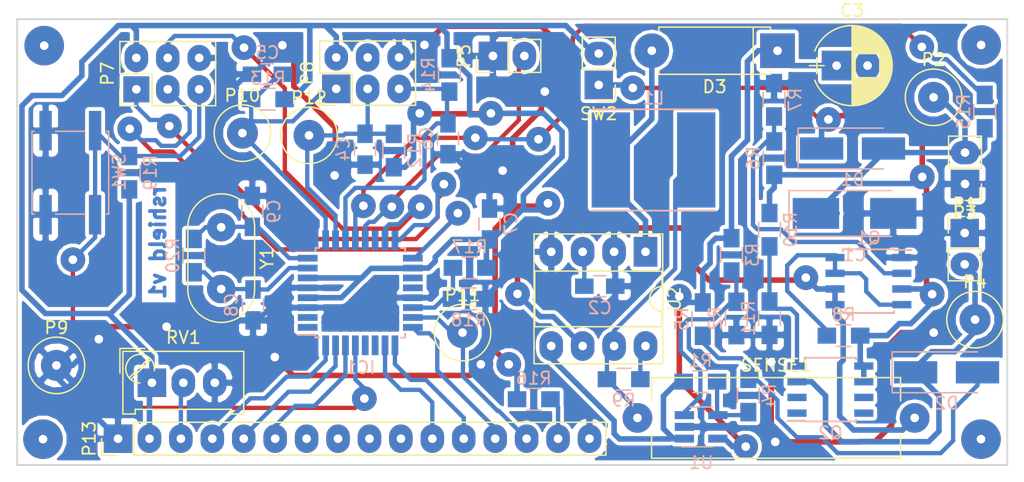
<source format=kicad_pcb>
(kicad_pcb (version 4) (host pcbnew 4.0.4-stable)
  (layers (0 F.Cu signal) (31 B.Cu signal) (34 B.Paste user) (35 F.Paste user) (36 B.SilkS user) (37 F.SilkS user) (38 B.Mask user) (39 F.Mask user) (44 Edge.Cuts user))
  (net 0 "")
  (net 1 /power/+5V)
  (net 2 Earth)
  (net 3 "Net-(C2-Pad1)")
  (net 4 /power/BOOST_OUT)
  (net 5 /logic/ROTB)
  (net 6 /logic/ROTA)
  (net 7 /logic/ROTP)
  (net 8 /logic/+5V)
  (net 9 "Net-(C8-Pad1)")
  (net 10 "Net-(C9-Pad1)")
  (net 11 /power/VCHARGE)
  (net 12 /power/VBAT)
  (net 13 "Net-(D2-Pad2)")
  (net 14 "Net-(D3-Pad2)")
  (net 15 /logic/DB4)
  (net 16 /logic/DB5)
  (net 17 /logic/DB6)
  (net 18 /logic/DB7)
  (net 19 /logic/ON_CHARGE)
  (net 20 /logic/GCOUNT)
  (net 21 /logic/MOSI)
  (net 22 /logic/MISO)
  (net 23 /logic/SCK)
  (net 24 "Net-(IC1-Pad22)")
  (net 25 /logic/RS)
  (net 26 /logic/RW)
  (net 27 /logic/EN)
  (net 28 /logic/~RESET)
  (net 29 "Net-(L1-Pad1)")
  (net 30 "Net-(P13-Pad3)")
  (net 31 "Net-(P13-Pad15)")
  (net 32 "Net-(Q1-Pad2)")
  (net 33 "Net-(Q1-Pad4)")
  (net 34 /power/BOOST_IN)
  (net 35 "Net-(Q2-Pad4)")
  (net 36 "Net-(R1-Pad1)")
  (net 37 /power/BOOST_CTRL)
  (net 38 "Net-(R2-Pad1)")
  (net 39 "Net-(R9-Pad2)")
  (module Mounting_Holes:MountingHole_3.2mm_M3 (layer F.Cu) (at 34.31032 34.14776)
    (fp_text reference REF** hide)
    (fp_text value MountingHole_3.2mm_M3 hide)
    (pad "" np_thru_hole circle (at 0 0) (size 3.2 3.2) (drill 0.7) (layers *.Cu *.Mask))
  )
  (module Capacitors_Tantalum_SMD:CP_Tantalum_Case-U_EIA-6032-15_Hand (layer B.Cu) (at 99.80168 47.72152)
    (fp_text reference C1 (at 0 3.35) (layer B.SilkS) (effects (justify mirror)))
    (fp_text value 100uF)
    (pad 1 smd rect (at -3.125 0) (size 3.75 2.5) (layers B.Cu B.Paste B.Mask) (net 1 /power/+5V))
    (pad 2 smd rect (at 3.125 0) (size 3.75 2.5) (layers B.Cu B.Paste B.Mask) (net 2 Earth))
  )
  (module Capacitors_SMD:C_0805_HandSoldering (layer B.Cu) (at 79.2099 53.6067)
    (fp_text reference C2 (at 0 1.75) (layer B.SilkS) (effects (justify mirror)))
    (fp_text value 700pF)
    (pad 1 smd rect (at -1.25 0) (size 1.5 1.25) (layers B.Cu B.Paste B.Mask) (net 3 "Net-(C2-Pad1)"))
    (pad 2 smd rect (at 1.25 0) (size 1.5 1.25) (layers B.Cu B.Paste B.Mask) (net 2 Earth))
  )
  (module Capacitors_ThroughHole:CP_Radial_D6.3mm_P2.50mm (layer F.Cu) (at 98.3488 35.7632)
    (fp_text reference C3 (at 1.25 -4.46) (layer F.SilkS))
    (fp_text value 220uF)
    (pad 1 thru_hole rect (at 0 0) (size 2.4 2.4) (drill 0.7) (layers *.Cu *.Mask) (net 4 /power/BOOST_OUT))
    (pad 2 thru_hole oval (at 2.5 0) (size 1.9 2.4) (drill 0.7) (layers *.Cu *.Mask) (net 2 Earth))
  )
  (module Capacitors_SMD:C_0805_HandSoldering (layer B.Cu) (at 60.23864 42.52468 270)
    (fp_text reference C4 (at 0 1.75 270) (layer B.SilkS) (effects (justify mirror)))
    (fp_text value 104pF)
    (pad 1 smd rect (at -1.25 0 270) (size 1.5 1.25) (layers B.Cu B.Paste B.Mask) (net 5 /logic/ROTB))
    (pad 2 smd rect (at 1.25 0 270) (size 1.5 1.25) (layers B.Cu B.Paste B.Mask) (net 2 Earth))
  )
  (module Capacitors_SMD:C_0805_HandSoldering (layer B.Cu) (at 52.3494 36.4617 180)
    (fp_text reference C5 (at 0 1.75 180) (layer B.SilkS) (effects (justify mirror)))
    (fp_text value 104pF)
    (pad 1 smd rect (at -1.25 0 180) (size 1.5 1.25) (layers B.Cu B.Paste B.Mask) (net 6 /logic/ROTA))
    (pad 2 smd rect (at 1.25 0 180) (size 1.5 1.25) (layers B.Cu B.Paste B.Mask) (net 2 Earth))
  )
  (module Capacitors_SMD:C_0805_HandSoldering (layer B.Cu) (at 66.9417 41.6814 270)
    (fp_text reference C6 (at 0 1.75 270) (layer B.SilkS) (effects (justify mirror)))
    (fp_text value 104pF)
    (pad 1 smd rect (at -1.25 0 270) (size 1.5 1.25) (layers B.Cu B.Paste B.Mask) (net 7 /logic/ROTP))
    (pad 2 smd rect (at 1.25 0 270) (size 1.5 1.25) (layers B.Cu B.Paste B.Mask) (net 2 Earth))
  )
  (module Capacitors_SMD:C_0805_HandSoldering (layer B.Cu) (at 70.2945 48.5775 90)
    (fp_text reference C7 (at 0 1.75 90) (layer B.SilkS) (effects (justify mirror)))
    (fp_text value 100nF)
    (pad 1 smd rect (at -1.25 0 90) (size 1.5 1.25) (layers B.Cu B.Paste B.Mask) (net 8 /logic/+5V))
    (pad 2 smd rect (at 1.25 0 90) (size 1.5 1.25) (layers B.Cu B.Paste B.Mask) (net 2 Earth))
  )
  (module Capacitors_SMD:C_0805_HandSoldering (layer B.Cu) (at 51.18608 55.12562 270)
    (fp_text reference C8 (at 0 1.75 270) (layer B.SilkS) (effects (justify mirror)))
    (fp_text value 22pF)
    (pad 1 smd rect (at -1.25 0 270) (size 1.5 1.25) (layers B.Cu B.Paste B.Mask) (net 9 "Net-(C8-Pad1)"))
    (pad 2 smd rect (at 1.25 0 270) (size 1.5 1.25) (layers B.Cu B.Paste B.Mask) (net 2 Earth))
  )
  (module Capacitors_SMD:C_0805_HandSoldering (layer B.Cu) (at 51.1302 47.55388 90)
    (fp_text reference C9 (at 0 1.75 90) (layer B.SilkS) (effects (justify mirror)))
    (fp_text value 22pF)
    (pad 1 smd rect (at -1.25 0 90) (size 1.5 1.25) (layers B.Cu B.Paste B.Mask) (net 10 "Net-(C9-Pad1)"))
    (pad 2 smd rect (at 1.25 0 90) (size 1.5 1.25) (layers B.Cu B.Paste B.Mask) (net 2 Earth))
  )
  (module Diodes_SMD:D_SMA_Handsoldering (layer B.Cu) (at 99.63404 42.4688)
    (fp_text reference D1 (at 0 2.5) (layer B.SilkS) (effects (justify mirror)))
    (fp_text value RS1M)
    (pad 1 smd rect (at -2.5 0) (size 3.5 1.8) (layers B.Cu B.Paste B.Mask) (net 1 /power/+5V))
    (pad 2 smd rect (at 2.5 0) (size 3.5 1.8) (layers B.Cu B.Paste B.Mask) (net 11 /power/VCHARGE))
  )
  (module Diodes_SMD:D_SMA_Handsoldering (layer B.Cu) (at 107.23372 60.57392)
    (fp_text reference D2 (at 0 2.5) (layer B.SilkS) (effects (justify mirror)))
    (fp_text value RS1M)
    (pad 1 smd rect (at -2.5 0) (size 3.5 1.8) (layers B.Cu B.Paste B.Mask) (net 12 /power/VBAT))
    (pad 2 smd rect (at 2.5 0) (size 3.5 1.8) (layers B.Cu B.Paste B.Mask) (net 13 "Net-(D2-Pad2)"))
  )
  (module Diodes_ThroughHole:D_5W_P10.16mm_Horizontal (layer F.Cu) (at 93.5736 34.5567 180)
    (fp_text reference D3 (at 5.08 -2.91 180) (layer F.SilkS))
    (fp_text value 1N5819)
    (pad 1 thru_hole rect (at 0 0 180) (size 2.8 2.8) (drill 0.7) (layers *.Cu *.Mask) (net 4 /power/BOOST_OUT))
    (pad 2 thru_hole oval (at 10.16 0 180) (size 2.8 2.8) (drill 0.7) (layers *.Cu *.Mask) (net 14 "Net-(D3-Pad2)"))
  )
  (module Housings_QFP:TQFP-32_7x7mm_Pitch0.8mm (layer B.Cu) (at 59.8551 54.1401)
    (fp_text reference IC1 (at 0 6.05) (layer B.SilkS) (effects (justify mirror)))
    (fp_text value ATMEGA328P-A)
    (pad 1 smd rect (at -4.25 2.8) (size 1.6 0.55) (layers B.Cu B.Paste B.Mask))
    (pad 2 smd rect (at -4.25 2) (size 1.6 0.55) (layers B.Cu B.Paste B.Mask))
    (pad 3 smd rect (at -4.25 1.2) (size 1.6 0.55) (layers B.Cu B.Paste B.Mask) (net 2 Earth))
    (pad 4 smd rect (at -4.25 0.4) (size 1.6 0.55) (layers B.Cu B.Paste B.Mask) (net 8 /logic/+5V))
    (pad 5 smd rect (at -4.25 -0.4) (size 1.6 0.55) (layers B.Cu B.Paste B.Mask) (net 2 Earth))
    (pad 6 smd rect (at -4.25 -1.2) (size 1.6 0.55) (layers B.Cu B.Paste B.Mask) (net 8 /logic/+5V))
    (pad 7 smd rect (at -4.25 -2) (size 1.6 0.55) (layers B.Cu B.Paste B.Mask) (net 9 "Net-(C8-Pad1)"))
    (pad 8 smd rect (at -4.25 -2.8) (size 1.6 0.55) (layers B.Cu B.Paste B.Mask) (net 10 "Net-(C9-Pad1)"))
    (pad 9 smd rect (at -2.8 -4.25 270) (size 1.6 0.55) (layers B.Cu B.Paste B.Mask) (net 6 /logic/ROTA))
    (pad 10 smd rect (at -2 -4.25 270) (size 1.6 0.55) (layers B.Cu B.Paste B.Mask) (net 5 /logic/ROTB))
    (pad 11 smd rect (at -1.2 -4.25 270) (size 1.6 0.55) (layers B.Cu B.Paste B.Mask) (net 7 /logic/ROTP))
    (pad 12 smd rect (at -0.4 -4.25 270) (size 1.6 0.55) (layers B.Cu B.Paste B.Mask) (net 19 /logic/ON_CHARGE))
    (pad 13 smd rect (at 0.4 -4.25 270) (size 1.6 0.55) (layers B.Cu B.Paste B.Mask) (net 20 /logic/GCOUNT))
    (pad 14 smd rect (at 1.2 -4.25 270) (size 1.6 0.55) (layers B.Cu B.Paste B.Mask))
    (pad 15 smd rect (at 2 -4.25 270) (size 1.6 0.55) (layers B.Cu B.Paste B.Mask) (net 21 /logic/MOSI))
    (pad 16 smd rect (at 2.8 -4.25 270) (size 1.6 0.55) (layers B.Cu B.Paste B.Mask) (net 22 /logic/MISO))
    (pad 17 smd rect (at 4.25 -2.8) (size 1.6 0.55) (layers B.Cu B.Paste B.Mask) (net 23 /logic/SCK))
    (pad 18 smd rect (at 4.25 -2) (size 1.6 0.55) (layers B.Cu B.Paste B.Mask) (net 8 /logic/+5V))
    (pad 19 smd rect (at 4.25 -1.2) (size 1.6 0.55) (layers B.Cu B.Paste B.Mask))
    (pad 20 smd rect (at 4.25 -0.4) (size 1.6 0.55) (layers B.Cu B.Paste B.Mask))
    (pad 21 smd rect (at 4.25 0.4) (size 1.6 0.55) (layers B.Cu B.Paste B.Mask) (net 2 Earth))
    (pad 22 smd rect (at 4.25 1.2) (size 1.6 0.55) (layers B.Cu B.Paste B.Mask) (net 24 "Net-(IC1-Pad22)"))
    (pad 23 smd rect (at 4.25 2) (size 1.6 0.55) (layers B.Cu B.Paste B.Mask) (net 18 /logic/DB7))
    (pad 24 smd rect (at 4.25 2.8) (size 1.6 0.55) (layers B.Cu B.Paste B.Mask) (net 17 /logic/DB6))
    (pad 25 smd rect (at 2.8 4.25 270) (size 1.6 0.55) (layers B.Cu B.Paste B.Mask) (net 16 /logic/DB5))
    (pad 26 smd rect (at 2 4.25 270) (size 1.6 0.55) (layers B.Cu B.Paste B.Mask) (net 15 /logic/DB4))
    (pad 27 smd rect (at 1.2 4.25 270) (size 1.6 0.55) (layers B.Cu B.Paste B.Mask))
    (pad 28 smd rect (at 0.4 4.25 270) (size 1.6 0.55) (layers B.Cu B.Paste B.Mask))
    (pad 29 smd rect (at -0.4 4.25 270) (size 1.6 0.55) (layers B.Cu B.Paste B.Mask) (net 28 /logic/~RESET))
    (pad 30 smd rect (at -1.2 4.25 270) (size 1.6 0.55) (layers B.Cu B.Paste B.Mask) (net 27 /logic/EN))
    (pad 31 smd rect (at -2 4.25 270) (size 1.6 0.55) (layers B.Cu B.Paste B.Mask) (net 26 /logic/RW))
    (pad 32 smd rect (at -2.8 4.25 270) (size 1.6 0.55) (layers B.Cu B.Paste B.Mask) (net 25 /logic/RS))
  )
  (module Inductors:Inductor_Taiyo-Yuden_NR-80xx_HandSoldering (layer B.Cu) (at 83.5533 43.3959 180)
    (fp_text reference L1 (at 0 5 180) (layer B.SilkS) (effects (justify mirror)))
    (fp_text value 221uH)
    (pad 1 smd rect (at -3.45 0 180) (size 3.1 7.7) (layers B.Cu B.Paste B.Mask) (net 29 "Net-(L1-Pad1)"))
    (pad 2 smd rect (at 3.45 0 180) (size 3.1 7.7) (layers B.Cu B.Paste B.Mask) (net 14 "Net-(D3-Pad2)"))
  )
  (module Socket_Strips:Socket_Strip_Straight_1x02_Pitch2.54mm (layer F.Cu) (at 108.6993 49.3014)
    (fp_text reference P1 (at 0 -2.33) (layer F.SilkS))
    (fp_text value CONN_BAT)
    (pad 1 thru_hole rect (at 0 0) (size 2.3 2.3) (drill 0.7) (layers *.Cu *.Mask) (net 2 Earth))
    (pad 2 thru_hole oval (at 0 2.54) (size 2.3 1.9) (drill 0.7) (layers *.Cu *.Mask) (net 12 /power/VBAT))
  )
  (module Connect:1pin (layer F.Cu) (at 106.1847 38.3286)
    (fp_text reference P2 (at 0 -3.048) (layer F.SilkS))
    (fp_text value TP1_VCHARGE)
    (pad 1 thru_hole circle (at 0 0) (size 2.5 2.5) (drill 0.7) (layers *.Cu *.Mask) (net 11 /power/VCHARGE))
  )
  (module Pin_Headers:Pin_Header_Straight_1x02_Pitch2.54mm (layer F.Cu) (at 108.7247 45.339 180)
    (fp_text reference P3 (at 0 -2.33 180) (layer F.SilkS))
    (fp_text value CONN_VCHARGE)
    (pad 1 thru_hole rect (at 0 0 180) (size 2.3 2.3) (drill 0.7) (layers *.Cu *.Mask) (net 2 Earth))
    (pad 2 thru_hole oval (at 0 2.54 180) (size 2.3 1.9) (drill 0.7) (layers *.Cu *.Mask) (net 11 /power/VCHARGE))
  )
  (module Connect:1pin (layer F.Cu) (at 109.5375 56.3118)
    (fp_text reference P4 (at 0 -3.048) (layer F.SilkS))
    (fp_text value TP1_VBAT)
    (pad 1 thru_hole circle (at 0 0) (size 2.5 2.5) (drill 0.7) (layers *.Cu *.Mask) (net 12 /power/VBAT))
  )
  (module Pin_Headers:Pin_Header_Straight_1x02_Pitch2.54mm (layer F.Cu) (at 70.57644 34.98088 90)
    (fp_text reference P5 (at 0 -2.33 90) (layer F.SilkS))
    (fp_text value CONN_GEIGER)
    (pad 1 thru_hole rect (at 0 0 90) (size 2.3 2.3) (drill 0.7) (layers *.Cu *.Mask) (net 2 Earth))
    (pad 2 thru_hole oval (at 0 2.54 90) (size 2.3 1.9) (drill 0.7) (layers *.Cu *.Mask) (net 20 /logic/GCOUNT))
  )
  (module Pin_Headers:Pin_Header_Straight_2x03_Pitch2.54mm (layer F.Cu) (at 57.912 37.6428 90)
    (fp_text reference P8 (at 1.27 -2.33 90) (layer F.SilkS))
    (fp_text value CONN_ROT)
    (pad 1 thru_hole rect (at 0 0 90) (size 2.3 2.3) (drill 0.7) (layers *.Cu *.Mask) (net 6 /logic/ROTA))
    (pad 2 thru_hole oval (at 2.54 0 90) (size 2.1 1.9) (drill 0.7) (layers *.Cu *.Mask) (net 8 /logic/+5V))
    (pad 3 thru_hole oval (at 0 2.54 90) (size 2.3 1.9) (drill 0.7) (layers *.Cu *.Mask) (net 5 /logic/ROTB))
    (pad 4 thru_hole oval (at 2.54 2.54 90) (size 2.3 1.9) (drill 0.7) (layers *.Cu *.Mask))
    (pad 5 thru_hole oval (at 0 5.08 90) (size 2.3 1.9) (drill 0.7) (layers *.Cu *.Mask) (net 7 /logic/ROTP))
    (pad 6 thru_hole oval (at 2.54 5.08 90) (size 2.1 1.9) (drill 0.7) (layers *.Cu *.Mask) (net 2 Earth))
  )
  (module Connect:1pin (layer F.Cu) (at 35.29838 60.01512)
    (fp_text reference P9 (at 0 -3.048) (layer F.SilkS))
    (fp_text value TP_GND)
    (pad 1 thru_hole circle (at 0 0) (size 2.5 2.5) (drill 0.7) (layers *.Cu *.Mask) (net 2 Earth))
  )
  (module Connect:1pin (layer F.Cu) (at 50.3301 41.2242)
    (fp_text reference P10 (at 0 -3.048) (layer F.SilkS))
    (fp_text value TP_ROTA)
    (pad 1 thru_hole circle (at 0 0) (size 2.5 2.5) (drill 0.7) (layers *.Cu *.Mask) (net 6 /logic/ROTA))
  )
  (module Connect:1pin (layer F.Cu) (at 68.11772 57.36082)
    (fp_text reference P11 (at 0 -3.048) (layer F.SilkS))
    (fp_text value TP_DB7)
    (pad 1 thru_hole circle (at 0 0) (size 2.5 2.5) (drill 0.7) (layers *.Cu *.Mask) (net 18 /logic/DB7))
  )
  (module Connect:1pin (layer F.Cu) (at 55.71236 41.40708)
    (fp_text reference P12 (at 0 -3.048) (layer F.SilkS))
    (fp_text value TP_ROTB)
    (pad 1 thru_hole circle (at 0 0) (size 2.5 2.5) (drill 0.7) (layers *.Cu *.Mask) (net 5 /logic/ROTB))
  )
  (module Pin_Headers:Pin_Header_Straight_1x16_Pitch2.54mm (layer F.Cu) (at 40.27678 65.94348 90)
    (fp_text reference P13 (at 0 -2.33 90) (layer F.SilkS))
    (fp_text value CONN_HD44780)
    (pad 1 thru_hole rect (at 0 0 90) (size 2.3 2.3) (drill 0.7) (layers *.Cu *.Mask) (net 2 Earth))
    (pad 2 thru_hole oval (at 0 2.54 90) (size 2.3 1.9) (drill 0.7) (layers *.Cu *.Mask) (net 8 /logic/+5V))
    (pad 3 thru_hole oval (at 0 5.08 90) (size 2.3 1.9) (drill 0.7) (layers *.Cu *.Mask) (net 30 "Net-(P13-Pad3)"))
    (pad 4 thru_hole oval (at 0 7.62 90) (size 2.3 1.9) (drill 0.7) (layers *.Cu *.Mask) (net 25 /logic/RS))
    (pad 5 thru_hole oval (at 0 10.16 90) (size 2.3 1.9) (drill 0.7) (layers *.Cu *.Mask) (net 26 /logic/RW))
    (pad 6 thru_hole oval (at 0 12.7 90) (size 2.3 1.9) (drill 0.7) (layers *.Cu *.Mask) (net 27 /logic/EN))
    (pad 7 thru_hole oval (at 0 15.24 90) (size 2.3 1.9) (drill 0.7) (layers *.Cu *.Mask))
    (pad 8 thru_hole oval (at 0 17.78 90) (size 2.3 1.9) (drill 0.7) (layers *.Cu *.Mask))
    (pad 9 thru_hole oval (at 0 20.32 90) (size 2.3 1.9) (drill 0.7) (layers *.Cu *.Mask))
    (pad 10 thru_hole oval (at 0 22.86 90) (size 2.3 1.9) (drill 0.7) (layers *.Cu *.Mask))
    (pad 11 thru_hole oval (at 0 25.4 90) (size 2.3 1.9) (drill 0.7) (layers *.Cu *.Mask) (net 15 /logic/DB4))
    (pad 12 thru_hole oval (at 0 27.94 90) (size 2.3 1.9) (drill 0.7) (layers *.Cu *.Mask) (net 16 /logic/DB5))
    (pad 13 thru_hole oval (at 0 30.48 90) (size 2.3 1.9) (drill 0.7) (layers *.Cu *.Mask) (net 17 /logic/DB6))
    (pad 14 thru_hole oval (at 0 33.02 90) (size 2.3 1.9) (drill 0.7) (layers *.Cu *.Mask) (net 18 /logic/DB7))
    (pad 15 thru_hole oval (at 0 35.56 90) (size 2.3 1.9) (drill 0.7) (layers *.Cu *.Mask) (net 31 "Net-(P13-Pad15)"))
    (pad 16 thru_hole oval (at 0 38.1 90) (size 2.3 1.9) (drill 0.7) (layers *.Cu *.Mask) (net 2 Earth))
  )
  (module Housings_SOIC:SOIC-8_3.9x4.9mm_Pitch1.27mm (layer B.Cu) (at 100.91928 53.19776 180)
    (fp_text reference Q1 (at 0 3.5 180) (layer B.SilkS) (effects (justify mirror)))
    (fp_text value Si4562DY)
    (pad 1 smd rect (at -2.7 1.905 180) (size 1.55 0.6) (layers B.Cu B.Paste B.Mask) (net 2 Earth))
    (pad 2 smd rect (at -2.7 0.635 180) (size 1.55 0.6) (layers B.Cu B.Paste B.Mask) (net 32 "Net-(Q1-Pad2)"))
    (pad 3 smd rect (at -2.7 -0.635 180) (size 1.55 0.6) (layers B.Cu B.Paste B.Mask) (net 1 /power/+5V))
    (pad 4 smd rect (at -2.7 -1.905 180) (size 1.55 0.6) (layers B.Cu B.Paste B.Mask) (net 33 "Net-(Q1-Pad4)"))
    (pad 5 smd rect (at 2.7 -1.905 180) (size 1.55 0.6) (layers B.Cu B.Paste B.Mask) (net 34 /power/BOOST_IN))
    (pad 6 smd rect (at 2.7 -0.635 180) (size 1.55 0.6) (layers B.Cu B.Paste B.Mask) (net 34 /power/BOOST_IN))
    (pad 7 smd rect (at 2.7 0.635 180) (size 1.55 0.6) (layers B.Cu B.Paste B.Mask) (net 33 "Net-(Q1-Pad4)"))
    (pad 8 smd rect (at 2.7 1.905 180) (size 1.55 0.6) (layers B.Cu B.Paste B.Mask) (net 33 "Net-(Q1-Pad4)"))
  )
  (module Housings_SOIC:SOIC-8_3.9x4.9mm_Pitch1.27mm (layer B.Cu) (at 97.84588 61.97092)
    (fp_text reference Q2 (at 0 3.5) (layer B.SilkS) (effects (justify mirror)))
    (fp_text value Si4562DY)
    (pad 1 smd rect (at -2.7 1.905) (size 1.55 0.6) (layers B.Cu B.Paste B.Mask))
    (pad 2 smd rect (at -2.7 0.635) (size 1.55 0.6) (layers B.Cu B.Paste B.Mask))
    (pad 3 smd rect (at -2.7 -0.635) (size 1.55 0.6) (layers B.Cu B.Paste B.Mask) (net 12 /power/VBAT))
    (pad 4 smd rect (at -2.7 -1.905) (size 1.55 0.6) (layers B.Cu B.Paste B.Mask) (net 35 "Net-(Q2-Pad4)"))
    (pad 5 smd rect (at 2.7 -1.905) (size 1.55 0.6) (layers B.Cu B.Paste B.Mask) (net 1 /power/+5V))
    (pad 6 smd rect (at 2.7 -0.635) (size 1.55 0.6) (layers B.Cu B.Paste B.Mask) (net 1 /power/+5V))
    (pad 7 smd rect (at 2.7 0.635) (size 1.55 0.6) (layers B.Cu B.Paste B.Mask))
    (pad 8 smd rect (at 2.7 1.905) (size 1.55 0.6) (layers B.Cu B.Paste B.Mask))
  )
  (module Resistors_SMD:R_0805_HandSoldering (layer B.Cu) (at 87.34044 61.3283 180)
    (fp_text reference R1 (at 0 1.7 180) (layer B.SilkS) (effects (justify mirror)))
    (fp_text value 100K)
    (pad 1 smd rect (at -1.35 0 180) (size 1.5 1.3) (layers B.Cu B.Paste B.Mask) (net 36 "Net-(R1-Pad1)"))
    (pad 2 smd rect (at 1.35 0 180) (size 1.5 1.3) (layers B.Cu B.Paste B.Mask) (net 37 /power/BOOST_CTRL))
  )
  (module Resistors_SMD:R_0805_HandSoldering (layer B.Cu) (at 90.2462 56.21528 270)
    (fp_text reference R2 (at 0 1.7 270) (layer B.SilkS) (effects (justify mirror)))
    (fp_text value 100K)
    (pad 1 smd rect (at -1.35 0 270) (size 1.5 1.3) (layers B.Cu B.Paste B.Mask) (net 38 "Net-(R2-Pad1)"))
    (pad 2 smd rect (at 1.35 0 270) (size 1.5 1.3) (layers B.Cu B.Paste B.Mask) (net 2 Earth))
  )
  (module Resistors_SMD:R_0805_HandSoldering (layer B.Cu) (at 89.85504 51.07432 90)
    (fp_text reference R3 (at 0 1.7 90) (layer B.SilkS) (effects (justify mirror)))
    (fp_text value 100K)
    (pad 1 smd rect (at -1.35 0 90) (size 1.5 1.3) (layers B.Cu B.Paste B.Mask) (net 38 "Net-(R2-Pad1)"))
    (pad 2 smd rect (at 1.35 0 90) (size 1.5 1.3) (layers B.Cu B.Paste B.Mask) (net 4 /power/BOOST_OUT))
  )
  (module Resistors_SMD:R_0805_HandSoldering (layer B.Cu) (at 91.2114 62.4459 90)
    (fp_text reference R4 (at 0 1.7 90) (layer B.SilkS) (effects (justify mirror)))
    (fp_text value 100K)
    (pad 1 smd rect (at -1.35 0 90) (size 1.5 1.3) (layers B.Cu B.Paste B.Mask) (net 36 "Net-(R1-Pad1)"))
    (pad 2 smd rect (at 1.35 0 90) (size 1.5 1.3) (layers B.Cu B.Paste B.Mask) (net 13 "Net-(D2-Pad2)"))
  )
  (module Resistors_SMD:R_0805_HandSoldering (layer B.Cu) (at 87.53602 56.27116 270)
    (fp_text reference R5 (at 0 1.7 270) (layer B.SilkS) (effects (justify mirror)))
    (fp_text value 22)
    (pad 1 smd rect (at -1.35 0 270) (size 1.5 1.3) (layers B.Cu B.Paste B.Mask) (net 4 /power/BOOST_OUT))
    (pad 2 smd rect (at 1.35 0 270) (size 1.5 1.3) (layers B.Cu B.Paste B.Mask) (net 13 "Net-(D2-Pad2)"))
  )
  (module Resistors_SMD:R_0805_HandSoldering (layer B.Cu) (at 93.3069 43.2435 270)
    (fp_text reference R6 (at 0 1.7 270) (layer B.SilkS) (effects (justify mirror)))
    (fp_text value 100)
    (pad 1 smd rect (at -1.35 0 270) (size 1.5 1.3) (layers B.Cu B.Paste B.Mask) (net 32 "Net-(Q1-Pad2)"))
    (pad 2 smd rect (at 1.35 0 270) (size 1.5 1.3) (layers B.Cu B.Paste B.Mask) (net 11 /power/VCHARGE))
  )
  (module Resistors_SMD:R_0805_HandSoldering (layer B.Cu) (at 93.29166 38.52926 90)
    (fp_text reference R7 (at 0 1.7 90) (layer B.SilkS) (effects (justify mirror)))
    (fp_text value 47K)
    (pad 1 smd rect (at -1.35 0 90) (size 1.5 1.3) (layers B.Cu B.Paste B.Mask) (net 32 "Net-(Q1-Pad2)"))
    (pad 2 smd rect (at 1.35 0 90) (size 1.5 1.3) (layers B.Cu B.Paste B.Mask) (net 2 Earth))
  )
  (module Resistors_SMD:R_0805_HandSoldering (layer B.Cu) (at 98.9076 57.6072 180)
    (fp_text reference R8 (at 0 1.7 180) (layer B.SilkS) (effects (justify mirror)))
    (fp_text value 100K)
    (pad 1 smd rect (at -1.35 0 180) (size 1.5 1.3) (layers B.Cu B.Paste B.Mask) (net 1 /power/+5V))
    (pad 2 smd rect (at 1.35 0 180) (size 1.5 1.3) (layers B.Cu B.Paste B.Mask) (net 33 "Net-(Q1-Pad4)"))
  )
  (module Resistors_SMD:R_0805_HandSoldering (layer B.Cu) (at 81.13776 61.13272)
    (fp_text reference R9 (at 0 1.7) (layer B.SilkS) (effects (justify mirror)))
    (fp_text value 180)
    (pad 1 smd rect (at -1.35 0) (size 1.5 1.3) (layers B.Cu B.Paste B.Mask) (net 29 "Net-(L1-Pad1)"))
    (pad 2 smd rect (at 1.35 0) (size 1.5 1.3) (layers B.Cu B.Paste B.Mask) (net 39 "Net-(R9-Pad2)"))
  )
  (module Resistors_SMD:R_0805_HandSoldering (layer B.Cu) (at 92.9259 49.0347 90)
    (fp_text reference R10 (at 0 1.7 90) (layer B.SilkS) (effects (justify mirror)))
    (fp_text value 100)
    (pad 1 smd rect (at -1.35 0 90) (size 1.5 1.3) (layers B.Cu B.Paste B.Mask) (net 35 "Net-(Q2-Pad4)"))
    (pad 2 smd rect (at 1.35 0 90) (size 1.5 1.3) (layers B.Cu B.Paste B.Mask) (net 11 /power/VCHARGE))
  )
  (module Resistors_SMD:R_0805_HandSoldering (layer B.Cu) (at 92.9259 56.1975 270)
    (fp_text reference R11 (at 0 1.7 270) (layer B.SilkS) (effects (justify mirror)))
    (fp_text value 47K)
    (pad 1 smd rect (at -1.35 0 270) (size 1.5 1.3) (layers B.Cu B.Paste B.Mask) (net 35 "Net-(Q2-Pad4)"))
    (pad 2 smd rect (at 1.35 0 270) (size 1.5 1.3) (layers B.Cu B.Paste B.Mask) (net 2 Earth))
  )
  (module Resistors_SMD:R_0805_HandSoldering (layer B.Cu) (at 62.5602 42.6339 90)
    (fp_text reference R12 (at 0 1.7 90) (layer B.SilkS) (effects (justify mirror)))
    (fp_text value 3.6K)
    (pad 1 smd rect (at -1.35 0 90) (size 1.5 1.3) (layers B.Cu B.Paste B.Mask) (net 8 /logic/+5V))
    (pad 2 smd rect (at 1.35 0 90) (size 1.5 1.3) (layers B.Cu B.Paste B.Mask) (net 5 /logic/ROTB))
  )
  (module Resistors_SMD:R_0805_HandSoldering (layer B.Cu) (at 52.3875 38.481 180)
    (fp_text reference R13 (at 0 1.7 180) (layer B.SilkS) (effects (justify mirror)))
    (fp_text value 3.6K)
    (pad 1 smd rect (at -1.35 0 180) (size 1.5 1.3) (layers B.Cu B.Paste B.Mask) (net 8 /logic/+5V))
    (pad 2 smd rect (at 1.35 0 180) (size 1.5 1.3) (layers B.Cu B.Paste B.Mask) (net 6 /logic/ROTA))
  )
  (module Resistors_SMD:R_0805_HandSoldering (layer B.Cu) (at 67.056 36.51758 270)
    (fp_text reference R14 (at 0 1.7 270) (layer B.SilkS) (effects (justify mirror)))
    (fp_text value 3.6K)
    (pad 1 smd rect (at -1.35 0 270) (size 1.5 1.3) (layers B.Cu B.Paste B.Mask) (net 8 /logic/+5V))
    (pad 2 smd rect (at 1.35 0 270) (size 1.5 1.3) (layers B.Cu B.Paste B.Mask) (net 7 /logic/ROTP))
  )
  (module Resistors_SMD:R_0805_HandSoldering (layer B.Cu) (at 73.87336 62.75324 180)
    (fp_text reference R16 (at 0 1.7 180) (layer B.SilkS) (effects (justify mirror)))
    (fp_text value 47)
    (pad 1 smd rect (at -1.35 0 180) (size 1.5 1.3) (layers B.Cu B.Paste B.Mask) (net 31 "Net-(P13-Pad15)"))
    (pad 2 smd rect (at 1.35 0 180) (size 1.5 1.3) (layers B.Cu B.Paste B.Mask) (net 8 /logic/+5V))
  )
  (module Resistors_SMD:R_0805_HandSoldering (layer B.Cu) (at 68.6943 52.1208 180)
    (fp_text reference R17 (at 0 1.7 180) (layer B.SilkS) (effects (justify mirror)))
    (fp_text value 180K)
    (pad 1 smd rect (at -1.35 0 180) (size 1.5 1.3) (layers B.Cu B.Paste B.Mask) (net 8 /logic/+5V))
    (pad 2 smd rect (at 1.35 0 180) (size 1.5 1.3) (layers B.Cu B.Paste B.Mask) (net 24 "Net-(IC1-Pad22)"))
  )
  (module Resistors_SMD:R_0805_HandSoldering (layer B.Cu) (at 68.6181 54.6354)
    (fp_text reference R18 (at 0 1.7) (layer B.SilkS) (effects (justify mirror)))
    (fp_text value 47K)
    (pad 1 smd rect (at -1.35 0) (size 1.5 1.3) (layers B.Cu B.Paste B.Mask) (net 24 "Net-(IC1-Pad22)"))
    (pad 2 smd rect (at 1.35 0) (size 1.5 1.3) (layers B.Cu B.Paste B.Mask) (net 2 Earth))
  )
  (module Resistors_SMD:R_0805_HandSoldering (layer B.Cu) (at 41.1861 44.4246 90)
    (fp_text reference R19 (at 0 1.7 90) (layer B.SilkS) (effects (justify mirror)))
    (fp_text value 10K)
    (pad 1 smd rect (at -1.35 0 90) (size 1.5 1.3) (layers B.Cu B.Paste B.Mask) (net 8 /logic/+5V))
    (pad 2 smd rect (at 1.35 0 90) (size 1.5 1.3) (layers B.Cu B.Paste B.Mask) (net 28 /logic/~RESET))
  )
  (module Resistors_SMD:R_0805_HandSoldering (layer B.Cu) (at 46.4058 51.1302 270)
    (fp_text reference R20 (at 0 1.7 270) (layer B.SilkS) (effects (justify mirror)))
    (fp_text value 1M)
    (pad 1 smd rect (at -1.35 0 270) (size 1.5 1.3) (layers B.Cu B.Paste B.Mask) (net 10 "Net-(C9-Pad1)"))
    (pad 2 smd rect (at 1.35 0 270) (size 1.5 1.3) (layers B.Cu B.Paste B.Mask) (net 9 "Net-(C8-Pad1)"))
  )
  (module Resistors_ThroughHole:R_Axial_Power_L20.0mm_W6.4mm_P22.40mm (layer F.Cu) (at 82.25536 64.262)
    (fp_text reference SENSE1 (at 11.2 -4.26) (layer F.SilkS))
    (fp_text value 0.5)
    (pad 1 thru_hole circle (at 0 0) (size 2.4 2.4) (drill 0.7) (layers *.Cu *.Mask) (net 29 "Net-(L1-Pad1)"))
    (pad 2 thru_hole oval (at 22.4 0) (size 2.4 2.4) (drill 0.7) (layers *.Cu *.Mask) (net 34 /power/BOOST_IN))
  )
  (module Buttons_Switches_SMD:SW_SPST_EVQQ2 (layer B.Cu) (at 36.4236 44.4246 90)
    (fp_text reference SW1 (at 0.05 3.95 90) (layer B.SilkS) (effects (justify mirror)))
    (fp_text value SPST)
    (pad 1 smd rect (at 3.4 2 90) (size 3.2 1) (layers B.Cu B.Paste B.Mask) (net 28 /logic/~RESET))
    (pad 1 smd rect (at -3.4 2 90) (size 3.2 1) (layers B.Cu B.Paste B.Mask) (net 28 /logic/~RESET))
    (pad 2 smd rect (at -3.4 -2 90) (size 3.2 1) (layers B.Cu B.Paste B.Mask) (net 2 Earth))
    (pad 2 smd rect (at 3.4 -2 90) (size 3.2 1) (layers B.Cu B.Paste B.Mask) (net 2 Earth))
  )
  (module Socket_Strips:Socket_Strip_Straight_1x02_Pitch2.54mm (layer F.Cu) (at 79.12608 37.32784 180)
    (fp_text reference SW2 (at 0 -2.33 180) (layer F.SilkS))
    (fp_text value SPST)
    (pad 1 thru_hole rect (at 0 0 180) (size 2.3 2.3) (drill 0.7) (layers *.Cu *.Mask) (net 1 /power/+5V))
    (pad 2 thru_hole oval (at 0 2.54 180) (size 2.3 1.9) (drill 0.7) (layers *.Cu *.Mask) (net 8 /logic/+5V))
  )
  (module TO_SOT_Packages_SMD:SOT-23-5_HandSoldering (layer B.Cu) (at 87.39632 64.98844)
    (fp_text reference U1 (at 0 2.9) (layer B.SilkS) (effects (justify mirror)))
    (fp_text value OPA237NA)
    (pad 1 smd rect (at -1.35 0.95) (size 1.56 0.65) (layers B.Cu B.Paste B.Mask) (net 37 /power/BOOST_CTRL))
    (pad 2 smd rect (at -1.35 0) (size 1.56 0.65) (layers B.Cu B.Paste B.Mask) (net 2 Earth))
    (pad 3 smd rect (at -1.35 -0.95) (size 1.56 0.65) (layers B.Cu B.Paste B.Mask) (net 38 "Net-(R2-Pad1)"))
    (pad 4 smd rect (at 1.35 -0.95) (size 1.56 0.65) (layers B.Cu B.Paste B.Mask) (net 36 "Net-(R1-Pad1)"))
    (pad 5 smd rect (at 1.35 0.95) (size 1.56 0.65) (layers B.Cu B.Paste B.Mask) (net 4 /power/BOOST_OUT))
  )
  (module Housings_DIP:DIP-8_W7.62mm_Socket_LongPads (layer F.Cu) (at 82.9056 50.8254 270)
    (fp_text reference U2 (at 3.81 -2.33 270) (layer F.SilkS))
    (fp_text value MC34063A)
    (pad 1 thru_hole rect (at 0 0 270) (size 2.4 1.9) (drill 0.7) (layers *.Cu *.Mask) (net 14 "Net-(D3-Pad2)"))
    (pad 5 thru_hole oval (at 7.62 7.62 270) (size 2.4 1.9) (drill 0.7) (layers *.Cu *.Mask) (net 37 /power/BOOST_CTRL))
    (pad 2 thru_hole oval (at 0 2.54 270) (size 2.4 1.9) (drill 0.7) (layers *.Cu *.Mask) (net 2 Earth))
    (pad 6 thru_hole oval (at 7.62 5.08 270) (size 2.4 1.9) (drill 0.7) (layers *.Cu *.Mask) (net 34 /power/BOOST_IN))
    (pad 3 thru_hole oval (at 0 5.08 270) (size 2.4 1.9) (drill 0.7) (layers *.Cu *.Mask) (net 3 "Net-(C2-Pad1)"))
    (pad 7 thru_hole oval (at 7.62 2.54 270) (size 2.4 1.9) (drill 0.7) (layers *.Cu *.Mask) (net 29 "Net-(L1-Pad1)"))
    (pad 4 thru_hole oval (at 0 7.62 270) (size 2.4 1.9) (drill 0.7) (layers *.Cu *.Mask) (net 2 Earth))
    (pad 8 thru_hole oval (at 7.62 0 270) (size 2.4 1.9) (drill 0.7) (layers *.Cu *.Mask) (net 39 "Net-(R9-Pad2)"))
  )
  (module Crystals:Resonator-2pin_w10.0mm_h5.0mm (layer F.Cu) (at 48.6156 48.83912 270)
    (fp_text reference Y1 (at 2.5 -3.7 270) (layer F.SilkS))
    (fp_text value "8MHz Crystal")
    (pad 1 thru_hole circle (at 0 0 270) (size 2.3 2.3) (drill 0.7) (layers *.Cu *.Mask) (net 10 "Net-(C9-Pad1)"))
    (pad 2 thru_hole circle (at 5 0 270) (size 2.3 2.3) (drill 0.7) (layers *.Cu *.Mask) (net 9 "Net-(C8-Pad1)"))
  )
  (module Potentiometers:Potentiometer_Trimmer_Bourns_PV36W (layer F.Cu) (at 43.0149 61.4172)
    (fp_text reference RV1 (at 2.54 -3.66) (layer F.SilkS))
    (fp_text value POT)
    (pad 1 thru_hole rect (at 0 0 180) (size 2.3 2.3) (drill 0.7) (layers *.Cu *.Mask) (net 8 /logic/+5V))
    (pad 2 thru_hole oval (at 2.54 0 180) (size 1.9 2.3) (drill 0.7) (layers *.Cu *.Mask) (net 30 "Net-(P13-Pad3)"))
    (pad 3 thru_hole oval (at 5.08 0 180) (size 1.9 2.3) (drill 0.7) (layers *.Cu *.Mask) (net 2 Earth))
  )
  (module Pin_Headers:Pin_Header_Straight_2x03_Pitch2.54mm (layer F.Cu) (at 41.7576 37.6809 90)
    (fp_text reference P7 (at 1.27 -2.33 90) (layer F.SilkS))
    (fp_text value CONN_SPI)
    (pad 1 thru_hole rect (at 0 0 90) (size 2.1 2.1) (drill 0.7) (layers *.Cu *.Mask) (net 22 /logic/MISO))
    (pad 2 thru_hole oval (at 2.54 0 90) (size 2.3 1.9) (drill 0.7) (layers *.Cu *.Mask) (net 8 /logic/+5V))
    (pad 3 thru_hole oval (at 0 2.54 90) (size 2.3 1.9) (drill 0.7) (layers *.Cu *.Mask) (net 23 /logic/SCK))
    (pad 4 thru_hole oval (at 2.54 2.54 90) (size 2.3 1.9) (drill 0.7) (layers *.Cu *.Mask) (net 21 /logic/MOSI))
    (pad 5 thru_hole oval (at 0 5.08 90) (size 2.3 1.9) (drill 0.7) (layers *.Cu *.Mask) (net 28 /logic/~RESET))
    (pad 6 thru_hole oval (at 2.54 5.08 90) (size 2.1 1.9) (drill 0.7) (layers *.Cu *.Mask) (net 2 Earth))
  )
  (module Resistors_SMD:R_0805_HandSoldering (layer B.Cu) (at 110.31728 39.48176 270)
    (fp_text reference R15 (at 0 1.7 270) (layer B.SilkS) (effects (justify mirror)))
    (fp_text value 10K)
    (pad 1 smd rect (at -1.35 0 270) (size 1.5 1.3) (layers B.Cu B.Paste B.Mask) (net 19 /logic/ON_CHARGE))
    (pad 2 smd rect (at 1.35 0 270) (size 1.5 1.3) (layers B.Cu B.Paste B.Mask) (net 11 /power/VCHARGE))
  )
  (module Mounting_Holes:MountingHole_3.2mm_M3 (layer F.Cu) (at 110.02772 34.09696)
    (fp_text reference REF** hide)
    (fp_text value MountingHole_3.2mm_M3 hide)
    (pad 1 np_thru_hole circle (at 0 0) (size 3.2 3.2) (drill 0.7) (layers *.Cu *.Mask))
  )
  (module Mounting_Holes:MountingHole_3.2mm_M3 (layer F.Cu) (at 110.01756 65.98158)
    (fp_text reference REF** hide)
    (fp_text value MountingHole_3.2mm_M3 hide)
    (pad 1 np_thru_hole circle (at 0 0) (size 3.2 3.2) (drill 0.7) (layers *.Cu *.Mask))
  )
  (module Mounting_Holes:MountingHole_3.2mm_M3 (layer F.Cu) (at 34.2138 65.98412)
    (fp_text reference REF** hide)
    (fp_text value MountingHole_3.2mm_M3 hide)
    (pad "" np_thru_hole circle (at 0 0) (size 3.2 3.2) (drill 0.7) (layers *.Cu *.Mask))
  )
  (gr_text "rshield v1" (at 43.50258 50.06848 90) (layer B.Cu) (effects (font (size 1.2 1.2) (thickness 0.3)) (justify mirror)))
  (gr_line (start 32.131 31.98368) (end 32.12592 31.98368) (angle 90) (layer Edge.Cuts) (width 0.15))
  (gr_line (start 32.131 68.072) (end 32.131 31.98368) (angle 90) (layer Edge.Cuts) (width 0.15))
  (gr_line (start 112.141 68.072) (end 32.131 68.072) (angle 90) (layer Edge.Cuts) (width 0.15))
  (gr_line (start 112.141 32.004) (end 112.141 68.072) (angle 90) (layer Edge.Cuts) (width 0.15))
  (gr_line (start 32.131 32.004) (end 112.141 32.004) (angle 90) (layer Edge.Cuts) (width 0.15))
  (segment (start 100.2576 57.6072) (end 102.43312 57.6072) (width 0.45) (layer B.Cu) (net 1))
  (segment (start 106.0704 54.91988) (end 106.0704 54.2544) (width 0.45) (layer B.Cu) (net 1))
  (segment (start 104.3559 56.63438) (end 106.0704 54.91988) (width 0.45) (layer B.Cu) (net 1))
  (segment (start 103.40594 56.63438) (end 104.3559 56.63438) (width 0.45) (layer B.Cu) (net 1))
  (segment (start 102.43312 57.6072) (end 103.40594 56.63438) (width 0.45) (layer B.Cu) (net 1))
  (segment (start 97.6884 40.1193) (end 96.9645 40.1193) (width 0.45) (layer F.Cu) (net 1))
  (segment (start 81.63814 37.32784) (end 79.12608 37.32784) (width 0.45) (layer B.Cu) (net 1))
  (segment (start 81.8769 37.5666) (end 81.63814 37.32784) (width 0.45) (layer B.Cu) (net 1))
  (via (at 81.8769 37.5666) (size 2) (drill 0.7) (layers F.Cu B.Cu) (net 1))
  (segment (start 94.4118 37.5666) (end 81.8769 37.5666) (width 0.35) (layer F.Cu) (net 1))
  (segment (start 96.9645 40.1193) (end 94.4118 37.5666) (width 0.35) (layer F.Cu) (net 1))
  (segment (start 105.2703 44.7675) (end 105.2703 41.8719) (width 0.45) (layer F.Cu) (net 1))
  (segment (start 97.13404 40.67366) (end 97.13404 42.4688) (width 0.45) (layer B.Cu) (net 1))
  (segment (start 97.6884 40.1193) (end 97.13404 40.67366) (width 0.45) (layer B.Cu) (net 1))
  (via (at 97.6884 40.1193) (size 2) (drill 0.7) (layers F.Cu B.Cu) (net 1))
  (segment (start 97.9932 39.8145) (end 97.6884 40.1193) (width 0.45) (layer F.Cu) (net 1))
  (segment (start 103.2129 39.8145) (end 97.9932 39.8145) (width 0.45) (layer F.Cu) (net 1))
  (segment (start 105.2703 41.8719) (end 103.2129 39.8145) (width 0.45) (layer F.Cu) (net 1))
  (segment (start 103.61928 53.83276) (end 105.64876 53.83276) (width 0.45) (layer B.Cu) (net 1))
  (segment (start 105.64876 53.83276) (end 106.0704 54.2544) (width 0.45) (layer B.Cu) (net 1))
  (segment (start 99.0973 45.3009) (end 96.67668 47.72152) (width 0.45) (layer B.Cu) (net 1))
  (segment (start 104.7369 45.3009) (end 99.0973 45.3009) (width 0.45) (layer B.Cu) (net 1))
  (segment (start 105.2703 44.7675) (end 104.7369 45.3009) (width 0.45) (layer B.Cu) (net 1))
  (via (at 105.2703 44.7675) (size 2) (drill 0.7) (layers F.Cu B.Cu) (net 1))
  (segment (start 105.6132 45.1104) (end 105.2703 44.7675) (width 0.45) (layer F.Cu) (net 1))
  (via (at 106.0704 54.2544) (size 2) (drill 0.7) (layers F.Cu B.Cu) (net 1))
  (segment (start 106.0704 54.2544) (end 105.6132 53.7972) (width 0.45) (layer F.Cu) (net 1))
  (segment (start 105.6132 53.7972) (end 105.6132 45.1104) (width 0.45) (layer F.Cu) (net 1))
  (segment (start 96.67668 47.72152) (end 98.39452 47.72152) (width 0.45) (layer B.Cu) (net 1))
  (segment (start 100.2576 57.6072) (end 100.2576 59.77764) (width 0.45) (layer B.Cu) (net 1))
  (segment (start 100.2576 59.77764) (end 100.54588 60.06592) (width 0.45) (layer B.Cu) (net 1))
  (segment (start 100.54588 61.33592) (end 100.54588 60.06592) (width 0.45) (layer B.Cu) (net 1))
  (segment (start 93.39072 66.20256) (end 100.22586 66.20256) (width 0.45) (layer F.Cu) (net 2))
  (segment (start 106.82732 49.3014) (end 108.6993 49.3014) (width 0.45) (layer B.Cu) (net 2))
  (segment (start 106.75874 49.36998) (end 106.82732 49.3014) (width 0.45) (layer B.Cu) (net 2))
  (segment (start 106.75874 49.84496) (end 106.75874 49.36998) (width 0.45) (layer B.Cu) (net 2))
  (segment (start 106.98226 50.06848) (end 106.75874 49.84496) (width 0.45) (layer B.Cu) (net 2))
  (segment (start 106.98226 52.97424) (end 106.98226 50.06848) (width 0.45) (layer B.Cu) (net 2))
  (segment (start 107.73664 53.72862) (end 106.98226 52.97424) (width 0.45) (layer B.Cu) (net 2))
  (segment (start 107.73664 55.81904) (end 107.73664 53.72862) (width 0.45) (layer B.Cu) (net 2))
  (segment (start 106.19232 57.36336) (end 107.73664 55.81904) (width 0.45) (layer B.Cu) (net 2))
  (via (at 106.19232 57.36336) (size 2) (drill 0.7) (layers F.Cu B.Cu) (net 2))
  (segment (start 103.58628 57.36336) (end 106.19232 57.36336) (width 0.45) (layer F.Cu) (net 2))
  (segment (start 102.16134 58.7883) (end 103.58628 57.36336) (width 0.45) (layer F.Cu) (net 2))
  (segment (start 102.16134 61.722) (end 102.16134 58.7883) (width 0.45) (layer F.Cu) (net 2))
  (segment (start 102.80142 62.36208) (end 102.16134 61.722) (width 0.45) (layer F.Cu) (net 2))
  (segment (start 102.80142 64.83858) (end 102.80142 62.36208) (width 0.45) (layer F.Cu) (net 2))
  (segment (start 101.4603 66.1797) (end 102.80142 64.83858) (width 0.45) (layer F.Cu) (net 2))
  (segment (start 100.24872 66.1797) (end 101.4603 66.1797) (width 0.45) (layer F.Cu) (net 2))
  (segment (start 100.22586 66.20256) (end 100.24872 66.1797) (width 0.45) (layer F.Cu) (net 2))
  (segment (start 51.18608 56.37562) (end 51.18608 57.58434) (width 0.45) (layer B.Cu) (net 2))
  (segment (start 69.9681 59.56174) (end 69.9681 54.6354) (width 0.45) (layer B.Cu) (net 2))
  (segment (start 69.59854 59.9313) (end 69.9681 59.56174) (width 0.45) (layer B.Cu) (net 2))
  (via (at 69.59854 59.9313) (size 2) (drill 0.7) (layers F.Cu B.Cu) (net 2))
  (segment (start 68.70446 60.82538) (end 69.59854 59.9313) (width 0.45) (layer F.Cu) (net 2))
  (segment (start 54.42712 60.82538) (end 68.70446 60.82538) (width 0.45) (layer F.Cu) (net 2))
  (segment (start 52.9463 59.34456) (end 54.42712 60.82538) (width 0.45) (layer F.Cu) (net 2))
  (via (at 52.9463 59.34456) (size 2) (drill 0.7) (layers F.Cu B.Cu) (net 2))
  (segment (start 51.18608 57.58434) (end 52.9463 59.34456) (width 0.45) (layer B.Cu) (net 2))
  (segment (start 86.04632 64.98844) (end 87.22868 64.98844) (width 0.45) (layer B.Cu) (net 2))
  (segment (start 92.9259 59.6011) (end 92.9259 57.5475) (width 0.45) (layer B.Cu) (net 2))
  (segment (start 93.0656 59.7408) (end 92.9259 59.6011) (width 0.45) (layer B.Cu) (net 2))
  (via (at 93.0656 59.7408) (size 2) (drill 0.7) (layers F.Cu B.Cu) (net 2))
  (segment (start 93.0656 65.87744) (end 93.0656 59.7408) (width 0.45) (layer F.Cu) (net 2))
  (segment (start 93.39072 66.20256) (end 93.0656 65.87744) (width 0.45) (layer F.Cu) (net 2))
  (via (at 93.39072 66.20256) (size 2) (drill 0.7) (layers F.Cu B.Cu) (net 2))
  (segment (start 93.39072 65.49136) (end 93.39072 66.20256) (width 0.45) (layer B.Cu) (net 2))
  (segment (start 92.98432 65.08496) (end 93.39072 65.49136) (width 0.45) (layer B.Cu) (net 2))
  (segment (start 89.73312 65.08496) (end 92.98432 65.08496) (width 0.45) (layer B.Cu) (net 2))
  (segment (start 89.57056 64.9224) (end 89.73312 65.08496) (width 0.45) (layer B.Cu) (net 2))
  (segment (start 87.29472 64.9224) (end 89.57056 64.9224) (width 0.45) (layer B.Cu) (net 2))
  (segment (start 87.22868 64.98844) (end 87.29472 64.9224) (width 0.45) (layer B.Cu) (net 2))
  (segment (start 62.992 35.1028) (end 64.02832 35.1028) (width 0.45) (layer B.Cu) (net 2))
  (segment (start 75.52182 37.10432) (end 74.76744 37.8587) (width 0.45) (layer F.Cu) (net 2))
  (segment (start 75.52182 33.61182) (end 75.52182 37.10432) (width 0.45) (layer F.Cu) (net 2))
  (segment (start 74.48804 32.57804) (end 75.52182 33.61182) (width 0.45) (layer F.Cu) (net 2))
  (segment (start 66.58102 32.57804) (end 74.48804 32.57804) (width 0.45) (layer F.Cu) (net 2))
  (segment (start 65.9384 33.22066) (end 66.58102 32.57804) (width 0.45) (layer F.Cu) (net 2))
  (segment (start 65.91046 33.22066) (end 65.9384 33.22066) (width 0.45) (layer F.Cu) (net 2))
  (segment (start 65.04432 34.0868) (end 65.91046 33.22066) (width 0.45) (layer F.Cu) (net 2))
  (via (at 65.04432 34.0868) (size 2) (drill 0.7) (layers F.Cu B.Cu) (net 2))
  (segment (start 64.02832 35.1028) (end 65.04432 34.0868) (width 0.45) (layer B.Cu) (net 2))
  (segment (start 66.9417 42.9314) (end 67.26714 42.9314) (width 0.45) (layer B.Cu) (net 2))
  (segment (start 67.26714 42.9314) (end 68.5927 44.25696) (width 0.45) (layer B.Cu) (net 2))
  (segment (start 68.5927 44.25696) (end 71.35876 44.25696) (width 0.45) (layer B.Cu) (net 2))
  (via (at 71.35876 44.25696) (size 2) (drill 0.7) (layers F.Cu B.Cu) (net 2))
  (segment (start 71.35876 44.25696) (end 72.16902 43.4467) (width 0.45) (layer F.Cu) (net 2))
  (segment (start 72.16902 43.4467) (end 72.16902 41.65854) (width 0.45) (layer F.Cu) (net 2))
  (segment (start 72.16902 41.65854) (end 74.48804 39.33952) (width 0.45) (layer F.Cu) (net 2))
  (segment (start 74.48804 39.33952) (end 74.48804 38.1381) (width 0.45) (layer F.Cu) (net 2))
  (segment (start 74.48804 38.1381) (end 74.76744 37.8587) (width 0.45) (layer F.Cu) (net 2))
  (via (at 74.76744 37.8587) (size 2) (drill 0.7) (layers F.Cu B.Cu) (net 2))
  (segment (start 74.76744 37.8587) (end 75.60564 37.0205) (width 0.45) (layer B.Cu) (net 2))
  (segment (start 75.60564 37.0205) (end 75.60564 34.197522) (width 0.45) (layer B.Cu) (net 2))
  (segment (start 75.60564 34.197522) (end 74.63028 33.222162) (width 0.45) (layer B.Cu) (net 2))
  (segment (start 74.63028 33.222162) (end 70.988958 33.222162) (width 0.45) (layer B.Cu) (net 2))
  (segment (start 70.988958 33.222162) (end 70.57644 33.63468) (width 0.45) (layer B.Cu) (net 2))
  (segment (start 70.57644 33.63468) (end 70.57644 34.98088) (width 0.45) (layer B.Cu) (net 2))
  (segment (start 60.23864 43.77468) (end 58.65336 43.77468) (width 0.45) (layer B.Cu) (net 2))
  (segment (start 53.56098 34.11474) (end 51.21402 36.4617) (width 0.45) (layer B.Cu) (net 2))
  (via (at 53.56098 34.11474) (size 2) (drill 0.7) (layers F.Cu B.Cu) (net 2))
  (segment (start 54.483 35.03676) (end 53.56098 34.11474) (width 0.45) (layer F.Cu) (net 2))
  (segment (start 54.483 37.4396) (end 54.483 35.03676) (width 0.45) (layer F.Cu) (net 2))
  (segment (start 57.8358 40.7924) (end 54.483 37.4396) (width 0.45) (layer F.Cu) (net 2))
  (segment (start 57.8358 44.59224) (end 57.8358 40.7924) (width 0.45) (layer F.Cu) (net 2))
  (segment (start 57.77992 44.64812) (end 57.8358 44.59224) (width 0.45) (layer F.Cu) (net 2))
  (via (at 57.77992 44.64812) (size 2) (drill 0.7) (layers F.Cu B.Cu) (net 2))
  (segment (start 58.65336 43.77468) (end 57.77992 44.64812) (width 0.45) (layer B.Cu) (net 2))
  (segment (start 51.21402 36.4617) (end 51.0994 36.4617) (width 0.45) (layer B.Cu) (net 2))
  (segment (start 35.29838 60.01512) (end 36.6014 60.01512) (width 0.45) (layer B.Cu) (net 2))
  (segment (start 48.0949 59.85764) (end 48.0949 61.4172) (width 0.45) (layer B.Cu) (net 2))
  (segment (start 46.63186 58.3946) (end 48.0949 59.85764) (width 0.45) (layer B.Cu) (net 2))
  (segment (start 45.70984 58.3946) (end 46.63186 58.3946) (width 0.45) (layer B.Cu) (net 2))
  (segment (start 44.20108 56.88584) (end 45.70984 58.3946) (width 0.45) (layer B.Cu) (net 2))
  (via (at 44.20108 56.88584) (size 2) (drill 0.7) (layers F.Cu B.Cu) (net 2))
  (segment (start 39.73068 56.88584) (end 44.20108 56.88584) (width 0.45) (layer F.Cu) (net 2))
  (segment (start 38.72484 57.89168) (end 39.73068 56.88584) (width 0.45) (layer F.Cu) (net 2))
  (via (at 38.72484 57.89168) (size 2) (drill 0.7) (layers F.Cu B.Cu) (net 2))
  (segment (start 36.6014 60.01512) (end 38.72484 57.89168) (width 0.45) (layer B.Cu) (net 2))
  (segment (start 51.0994 36.4617) (end 50.7111 36.4617) (width 0.45) (layer B.Cu) (net 2))
  (segment (start 50.7111 36.4617) (end 47.60976 39.56304) (width 0.45) (layer B.Cu) (net 2))
  (segment (start 50.07578 46.30388) (end 51.1302 46.30388) (width 0.45) (layer B.Cu) (net 2))
  (segment (start 47.60976 43.83786) (end 50.07578 46.30388) (width 0.45) (layer B.Cu) (net 2))
  (segment (start 47.60976 39.56304) (end 47.60976 43.83786) (width 0.45) (layer B.Cu) (net 2))
  (segment (start 51.0994 36.4617) (end 49.6824 36.4617) (width 0.45) (layer B.Cu) (net 2))
  (segment (start 48.3616 35.1409) (end 46.8376 35.1409) (width 0.45) (layer B.Cu) (net 2))
  (segment (start 49.6824 36.4617) (end 48.3616 35.1409) (width 0.45) (layer B.Cu) (net 2))
  (segment (start 55.6051 55.3401) (end 52.53878 55.3401) (width 0.45) (layer B.Cu) (net 2))
  (segment (start 52.48656 55.39232) (end 52.48656 55.43296) (width 0.45) (layer B.Cu) (net 2))
  (segment (start 52.53878 55.3401) (end 52.48656 55.39232) (width 0.45) (layer B.Cu) (net 2))
  (segment (start 55.6051 53.7401) (end 54.17942 53.7401) (width 0.45) (layer B.Cu) (net 2))
  (segment (start 54.17942 53.7401) (end 52.48656 55.43296) (width 0.45) (layer B.Cu) (net 2))
  (segment (start 52.48656 55.43296) (end 51.5439 56.37562) (width 0.45) (layer B.Cu) (net 2))
  (segment (start 51.5439 56.37562) (end 51.18608 56.37562) (width 0.45) (layer B.Cu) (net 2))
  (segment (start 35.29838 60.01512) (end 35.29838 60.96508) (width 0.45) (layer B.Cu) (net 2))
  (segment (start 35.29838 60.96508) (end 40.27678 65.94348) (width 0.45) (layer B.Cu) (net 2))
  (segment (start 51.18608 56.37562) (end 51.18608 60.23864) (width 0.45) (layer B.Cu) (net 2))
  (segment (start 51.18608 60.23864) (end 50.00752 61.4172) (width 0.45) (layer B.Cu) (net 2))
  (segment (start 50.00752 61.4172) (end 48.0949 61.4172) (width 0.45) (layer B.Cu) (net 2))
  (segment (start 69.9681 54.6354) (end 69.9681 54.5046) (width 0.45) (layer B.Cu) (net 2))
  (segment (start 69.9681 54.5046) (end 71.9709 52.5018) (width 0.45) (layer B.Cu) (net 2))
  (segment (start 71.9709 52.5018) (end 71.9709 50.9397) (width 0.45) (layer B.Cu) (net 2))
  (segment (start 71.9709 50.9397) (end 72.0852 50.8254) (width 0.45) (layer B.Cu) (net 2))
  (segment (start 72.0852 50.8254) (end 75.2856 50.8254) (width 0.45) (layer B.Cu) (net 2))
  (segment (start 46.8376 35.1409) (end 47.4599 35.1409) (width 0.45) (layer B.Cu) (net 2))
  (segment (start 34.4236 47.8246) (end 34.4236 41.0246) (width 0.45) (layer B.Cu) (net 2))
  (segment (start 55.6051 55.3401) (end 59.89462 55.3401) (width 0.45) (layer B.Cu) (net 2))
  (segment (start 60.71616 54.51856) (end 64.08356 54.51856) (width 0.45) (layer B.Cu) (net 2))
  (segment (start 59.89462 55.3401) (end 60.71616 54.51856) (width 0.45) (layer B.Cu) (net 2))
  (segment (start 64.08356 54.51856) (end 64.1051 54.5401) (width 0.45) (layer B.Cu) (net 2))
  (segment (start 80.4599 53.6067) (end 80.4599 54.376) (width 0.45) (layer B.Cu) (net 2))
  (segment (start 75.2856 53.9877) (end 75.2856 50.8254) (width 0.45) (layer B.Cu) (net 2))
  (segment (start 76.5048 55.2069) (end 75.2856 53.9877) (width 0.45) (layer B.Cu) (net 2))
  (segment (start 79.629 55.2069) (end 76.5048 55.2069) (width 0.45) (layer B.Cu) (net 2))
  (segment (start 80.4599 54.376) (end 79.629 55.2069) (width 0.45) (layer B.Cu) (net 2))
  (segment (start 80.4599 53.6067) (end 80.4599 50.9197) (width 0.45) (layer B.Cu) (net 2))
  (segment (start 80.4599 50.9197) (end 80.3656 50.8254) (width 0.45) (layer B.Cu) (net 2))
  (segment (start 77.9599 53.6067) (end 77.9599 50.9597) (width 0.35) (layer B.Cu) (net 3))
  (segment (start 77.9599 50.9597) (end 77.8256 50.8254) (width 0.35) (layer B.Cu) (net 3))
  (segment (start 88.74632 65.93844) (end 89.29628 65.93844) (width 0.45) (layer B.Cu) (net 4))
  (segment (start 89.29628 65.93844) (end 89.93886 66.58102) (width 0.45) (layer B.Cu) (net 4))
  (segment (start 86.13014 54.92116) (end 87.53602 54.92116) (width 0.45) (layer B.Cu) (net 4))
  (segment (start 85.6361 54.42712) (end 86.13014 54.92116) (width 0.45) (layer B.Cu) (net 4))
  (via (at 85.6361 54.42712) (size 2) (drill 0.7) (layers F.Cu B.Cu) (net 4))
  (segment (start 85.6361 61.21654) (end 85.6361 54.42712) (width 0.45) (layer F.Cu) (net 4))
  (segment (start 91.00058 66.58102) (end 85.6361 61.21654) (width 0.45) (layer F.Cu) (net 4))
  (via (at 91.00058 66.58102) (size 2) (drill 0.7) (layers F.Cu B.Cu) (net 4))
  (segment (start 89.93886 66.58102) (end 91.00058 66.58102) (width 0.45) (layer B.Cu) (net 4))
  (segment (start 88.74632 65.93844) (end 89.00164 65.93844) (width 0.45) (layer B.Cu) (net 4))
  (segment (start 87.53602 54.92116) (end 87.53602 52.33162) (width 0.45) (layer B.Cu) (net 4))
  (segment (start 88.57868 49.72432) (end 89.85504 49.72432) (width 0.45) (layer B.Cu) (net 4))
  (segment (start 88.12276 50.18024) (end 88.57868 49.72432) (width 0.45) (layer B.Cu) (net 4))
  (segment (start 88.12276 51.74488) (end 88.12276 50.18024) (width 0.45) (layer B.Cu) (net 4))
  (segment (start 87.53602 52.33162) (end 88.12276 51.74488) (width 0.45) (layer B.Cu) (net 4))
  (segment (start 93.5736 34.5567) (end 92.0115 34.5567) (width 0.45) (layer B.Cu) (net 4))
  (segment (start 89.85504 43.08348) (end 89.85504 49.72432) (width 0.45) (layer B.Cu) (net 4))
  (segment (start 91.14028 41.79824) (end 89.85504 43.08348) (width 0.45) (layer B.Cu) (net 4))
  (segment (start 91.14028 35.42792) (end 91.14028 41.79824) (width 0.45) (layer B.Cu) (net 4))
  (segment (start 92.0115 34.5567) (end 91.14028 35.42792) (width 0.45) (layer B.Cu) (net 4))
  (segment (start 93.5736 34.5567) (end 92.2401 34.5567) (width 0.45) (layer B.Cu) (net 4))
  (segment (start 98.3488 35.7632) (end 94.7801 35.7632) (width 0.45) (layer B.Cu) (net 4))
  (segment (start 94.7801 35.7632) (end 93.5736 34.5567) (width 0.45) (layer B.Cu) (net 4))
  (segment (start 57.8551 49.8901) (end 57.8551 47.88052) (width 0.35) (layer B.Cu) (net 5))
  (segment (start 55.57266 45.59808) (end 55.57266 41.54678) (width 0.35) (layer B.Cu) (net 5))
  (segment (start 57.8551 47.88052) (end 55.57266 45.59808) (width 0.35) (layer B.Cu) (net 5))
  (segment (start 55.57266 41.54678) (end 55.71236 41.40708) (width 0.35) (layer B.Cu) (net 5))
  (segment (start 55.71236 41.40708) (end 58.50636 41.40708) (width 0.35) (layer B.Cu) (net 5))
  (segment (start 58.50636 41.40708) (end 58.63876 41.27468) (width 0.35) (layer B.Cu) (net 5))
  (segment (start 58.63876 41.27468) (end 60.23864 41.27468) (width 0.35) (layer B.Cu) (net 5))
  (segment (start 60.452 37.6428) (end 60.452 41.06132) (width 0.35) (layer B.Cu) (net 5))
  (segment (start 60.452 41.06132) (end 60.23864 41.27468) (width 0.35) (layer B.Cu) (net 5))
  (segment (start 60.23864 41.27468) (end 62.55098 41.27468) (width 0.35) (layer B.Cu) (net 5))
  (segment (start 62.55098 41.27468) (end 62.5602 41.2839) (width 0.35) (layer B.Cu) (net 5))
  (segment (start 51.0375 38.481) (end 51.2826 38.481) (width 0.35) (layer B.Cu) (net 6))
  (segment (start 51.2826 38.481) (end 53.3019 36.4617) (width 0.35) (layer B.Cu) (net 6))
  (segment (start 53.3019 36.4617) (end 53.5994 36.4617) (width 0.35) (layer B.Cu) (net 6))
  (segment (start 57.912 37.6428) (end 57.0357 37.6428) (width 0.35) (layer B.Cu) (net 6))
  (segment (start 57.0357 37.6428) (end 54.4068 40.2717) (width 0.35) (layer B.Cu) (net 6))
  (segment (start 54.4068 40.2717) (end 51.2826 40.2717) (width 0.35) (layer B.Cu) (net 6))
  (segment (start 51.2826 40.2717) (end 50.3301 41.2242) (width 0.35) (layer B.Cu) (net 6))
  (segment (start 51.0375 38.481) (end 51.0375 40.5168) (width 0.35) (layer B.Cu) (net 6))
  (segment (start 51.0375 40.5168) (end 50.3301 41.2242) (width 0.35) (layer B.Cu) (net 6))
  (segment (start 57.0551 49.8901) (end 57.0551 48.05842) (width 0.35) (layer B.Cu) (net 6))
  (segment (start 53.19776 44.17314) (end 50.3301 41.30548) (width 0.35) (layer B.Cu) (net 6))
  (segment (start 53.16982 44.17314) (end 53.19776 44.17314) (width 0.35) (layer B.Cu) (net 6))
  (segment (start 57.0551 48.05842) (end 53.16982 44.17314) (width 0.35) (layer B.Cu) (net 6))
  (segment (start 50.3301 41.30548) (end 50.3301 41.2242) (width 0.35) (layer B.Cu) (net 6))
  (segment (start 58.6551 49.8901) (end 58.6551 46.45518) (width 0.35) (layer B.Cu) (net 7))
  (segment (start 66.04794 40.4314) (end 66.9417 40.4314) (width 0.35) (layer B.Cu) (net 7))
  (segment (start 65.04432 41.43502) (end 66.04794 40.4314) (width 0.35) (layer B.Cu) (net 7))
  (segment (start 65.04432 44.98848) (end 65.04432 41.43502) (width 0.35) (layer B.Cu) (net 7))
  (segment (start 64.37884 45.65396) (end 65.04432 44.98848) (width 0.35) (layer B.Cu) (net 7))
  (segment (start 59.45632 45.65396) (end 64.37884 45.65396) (width 0.35) (layer B.Cu) (net 7))
  (segment (start 58.6551 46.45518) (end 59.45632 45.65396) (width 0.35) (layer B.Cu) (net 7))
  (segment (start 66.8655 37.8117) (end 66.8655 40.3552) (width 0.35) (layer B.Cu) (net 7))
  (segment (start 66.8655 40.3552) (end 66.9417 40.4314) (width 0.35) (layer B.Cu) (net 7))
  (segment (start 62.992 37.6428) (end 66.6966 37.6428) (width 0.35) (layer B.Cu) (net 7))
  (segment (start 66.6966 37.6428) (end 66.8655 37.8117) (width 0.35) (layer B.Cu) (net 7))
  (segment (start 41.1861 45.7746) (end 41.1861 54.31282) (width 0.45) (layer B.Cu) (net 8))
  (segment (start 41.1861 54.31282) (end 39.59606 55.90286) (width 0.45) (layer B.Cu) (net 8))
  (segment (start 72.9234 47.4345) (end 74.4855 47.4345) (width 0.45) (layer B.Cu) (net 8))
  (segment (start 72.52336 60.59806) (end 72.52336 62.75324) (width 0.45) (layer B.Cu) (net 8))
  (segment (start 71.8566 59.9313) (end 72.52336 60.59806) (width 0.45) (layer B.Cu) (net 8))
  (via (at 71.8566 59.9313) (size 2) (drill 0.7) (layers F.Cu B.Cu) (net 8))
  (segment (start 70.7517 58.8264) (end 71.8566 59.9313) (width 0.45) (layer F.Cu) (net 8))
  (segment (start 70.7517 48.9585) (end 70.7517 58.8264) (width 0.45) (layer F.Cu) (net 8))
  (segment (start 72.5805 47.1297) (end 70.7517 48.9585) (width 0.45) (layer F.Cu) (net 8))
  (segment (start 74.7903 47.1297) (end 72.5805 47.1297) (width 0.45) (layer F.Cu) (net 8))
  (segment (start 75.0189 46.9011) (end 74.7903 47.1297) (width 0.45) (layer F.Cu) (net 8))
  (via (at 75.0189 46.9011) (size 2) (drill 0.7) (layers F.Cu B.Cu) (net 8))
  (segment (start 74.4855 47.4345) (end 75.0189 46.9011) (width 0.45) (layer B.Cu) (net 8))
  (segment (start 70.4088 39.624) (end 74.676 39.624) (width 0.45) (layer B.Cu) (net 8))
  (segment (start 73.0377 47.3202) (end 72.9234 47.4345) (width 0.45) (layer B.Cu) (net 8))
  (segment (start 72.9234 47.4345) (end 70.5304 49.8275) (width 0.45) (layer B.Cu) (net 8))
  (segment (start 73.0377 46.2534) (end 73.0377 47.3202) (width 0.45) (layer B.Cu) (net 8))
  (segment (start 76.1619 43.1292) (end 73.0377 46.2534) (width 0.45) (layer B.Cu) (net 8))
  (segment (start 76.1619 41.1099) (end 76.1619 43.1292) (width 0.45) (layer B.Cu) (net 8))
  (segment (start 74.676 39.624) (end 76.1619 41.1099) (width 0.45) (layer B.Cu) (net 8))
  (segment (start 70.5304 49.8275) (end 70.2945 49.8275) (width 0.45) (layer B.Cu) (net 8))
  (segment (start 53.7375 38.481) (end 54.3306 38.481) (width 0.45) (layer B.Cu) (net 8))
  (segment (start 54.3306 38.481) (end 55.7784 37.0332) (width 0.45) (layer B.Cu) (net 8))
  (segment (start 55.7784 37.0332) (end 55.7784 32.52216) (width 0.45) (layer B.Cu) (net 8))
  (segment (start 62.5602 43.9839) (end 63.4581 43.9839) (width 0.45) (layer B.Cu) (net 8))
  (segment (start 70.2945 39.7383) (end 68.6943 39.7383) (width 0.45) (layer B.Cu) (net 8))
  (segment (start 70.4088 39.624) (end 70.2945 39.7383) (width 0.45) (layer B.Cu) (net 8))
  (via (at 70.4088 39.624) (size 2) (drill 0.7) (layers F.Cu B.Cu) (net 8))
  (segment (start 70.3707 39.6621) (end 70.4088 39.624) (width 0.45) (layer F.Cu) (net 8))
  (segment (start 64.6938 39.6621) (end 70.3707 39.6621) (width 0.45) (layer F.Cu) (net 8))
  (segment (start 64.6557 39.624) (end 64.6938 39.6621) (width 0.45) (layer F.Cu) (net 8))
  (via (at 64.6557 39.624) (size 2) (drill 0.7) (layers F.Cu B.Cu) (net 8))
  (segment (start 64.1604 40.1193) (end 64.6557 39.624) (width 0.45) (layer B.Cu) (net 8))
  (segment (start 64.1604 43.2816) (end 64.1604 40.1193) (width 0.45) (layer B.Cu) (net 8))
  (segment (start 63.4581 43.9839) (end 64.1604 43.2816) (width 0.45) (layer B.Cu) (net 8))
  (segment (start 64.1051 52.1401) (end 65.3603 52.1401) (width 0.45) (layer B.Cu) (net 8))
  (segment (start 67.33 49.8275) (end 69.449 49.8275) (width 0.45) (layer B.Cu) (net 8))
  (segment (start 65.913 51.2445) (end 67.33 49.8275) (width 0.45) (layer B.Cu) (net 8))
  (segment (start 65.913 51.5874) (end 65.913 51.2445) (width 0.45) (layer B.Cu) (net 8))
  (segment (start 65.3603 52.1401) (end 65.913 51.5874) (width 0.45) (layer B.Cu) (net 8))
  (segment (start 66.8655 35.1117) (end 67.1919 35.1117) (width 0.45) (layer B.Cu) (net 8))
  (segment (start 67.1919 35.1117) (end 68.6943 36.6141) (width 0.45) (layer B.Cu) (net 8))
  (segment (start 68.6943 36.6141) (end 68.6943 39.7383) (width 0.45) (layer B.Cu) (net 8))
  (segment (start 69.449 49.8275) (end 70.2945 49.8275) (width 0.45) (layer B.Cu) (net 8))
  (segment (start 70.0443 52.1208) (end 70.0443 50.0777) (width 0.45) (layer B.Cu) (net 8))
  (segment (start 70.0443 50.0777) (end 70.2945 49.8275) (width 0.45) (layer B.Cu) (net 8))
  (segment (start 41.7576 35.1409) (end 41.7576 32.9184) (width 0.45) (layer B.Cu) (net 8))
  (segment (start 41.7576 32.9184) (end 41.36136 32.52216) (width 0.45) (layer B.Cu) (net 8))
  (segment (start 57.912 35.1028) (end 57.912 33.4137) (width 0.45) (layer B.Cu) (net 8))
  (segment (start 57.912 33.4137) (end 57.02046 32.52216) (width 0.45) (layer B.Cu) (net 8))
  (segment (start 66.8655 35.1117) (end 66.8655 33.1851) (width 0.45) (layer B.Cu) (net 8))
  (segment (start 66.8655 33.1851) (end 66.20256 32.52216) (width 0.45) (layer B.Cu) (net 8))
  (segment (start 79.12608 34.78784) (end 78.73746 34.78784) (width 0.45) (layer B.Cu) (net 8))
  (segment (start 78.73746 34.78784) (end 76.47178 32.52216) (width 0.45) (layer B.Cu) (net 8))
  (segment (start 76.47178 32.52216) (end 66.20256 32.52216) (width 0.45) (layer B.Cu) (net 8))
  (segment (start 66.20256 32.52216) (end 57.02046 32.52216) (width 0.45) (layer B.Cu) (net 8))
  (segment (start 57.02046 32.52216) (end 55.7784 32.52216) (width 0.45) (layer B.Cu) (net 8))
  (segment (start 55.7784 32.52216) (end 41.36136 32.52216) (width 0.45) (layer B.Cu) (net 8))
  (segment (start 41.36136 32.52216) (end 40.28948 32.52216) (width 0.45) (layer B.Cu) (net 8))
  (segment (start 43.0149 59.3217) (end 43.0149 61.4172) (width 0.45) (layer B.Cu) (net 8))
  (segment (start 39.5097 55.8165) (end 39.59606 55.90286) (width 0.45) (layer B.Cu) (net 8))
  (segment (start 39.59606 55.90286) (end 43.0149 59.3217) (width 0.45) (layer B.Cu) (net 8))
  (segment (start 34.4043 55.8165) (end 39.5097 55.8165) (width 0.45) (layer B.Cu) (net 8))
  (segment (start 32.512 53.9242) (end 34.4043 55.8165) (width 0.45) (layer B.Cu) (net 8))
  (segment (start 32.512 39.0144) (end 32.512 53.9242) (width 0.45) (layer B.Cu) (net 8))
  (segment (start 33.34512 38.18128) (end 32.512 39.0144) (width 0.45) (layer B.Cu) (net 8))
  (segment (start 35.74796 38.18128) (end 33.34512 38.18128) (width 0.45) (layer B.Cu) (net 8))
  (segment (start 37.35578 36.57346) (end 35.74796 38.18128) (width 0.45) (layer B.Cu) (net 8))
  (segment (start 37.35578 35.45586) (end 37.35578 36.57346) (width 0.45) (layer B.Cu) (net 8))
  (segment (start 40.28948 32.52216) (end 37.35578 35.45586) (width 0.45) (layer B.Cu) (net 8))
  (segment (start 55.6051 54.5401) (end 58.32734 54.5401) (width 0.45) (layer B.Cu) (net 8))
  (segment (start 59.90844 52.959) (end 59.90844 52.9401) (width 0.45) (layer B.Cu) (net 8))
  (segment (start 58.32734 54.5401) (end 59.90844 52.959) (width 0.45) (layer B.Cu) (net 8))
  (segment (start 55.6051 52.9401) (end 59.90844 52.9401) (width 0.45) (layer B.Cu) (net 8))
  (segment (start 59.90844 52.9401) (end 59.95782 52.9401) (width 0.45) (layer B.Cu) (net 8))
  (segment (start 60.7314 52.16652) (end 64.07868 52.16652) (width 0.45) (layer B.Cu) (net 8))
  (segment (start 59.95782 52.9401) (end 60.7314 52.16652) (width 0.45) (layer B.Cu) (net 8))
  (segment (start 64.07868 52.16652) (end 64.1051 52.1401) (width 0.45) (layer B.Cu) (net 8))
  (segment (start 42.81678 65.94348) (end 42.81678 61.61532) (width 0.45) (layer B.Cu) (net 8))
  (segment (start 42.81678 61.61532) (end 43.0149 61.4172) (width 0.45) (layer B.Cu) (net 8))
  (segment (start 51.18608 53.87562) (end 52.38528 53.87562) (width 0.35) (layer B.Cu) (net 9))
  (segment (start 54.1208 52.1401) (end 55.6051 52.1401) (width 0.35) (layer B.Cu) (net 9))
  (segment (start 52.38528 53.87562) (end 54.1208 52.1401) (width 0.35) (layer B.Cu) (net 9))
  (segment (start 51.18608 53.87562) (end 51.79346 53.87562) (width 0.35) (layer B.Cu) (net 9))
  (segment (start 48.6156 53.83912) (end 51.14958 53.83912) (width 0.35) (layer B.Cu) (net 9))
  (segment (start 51.14958 53.83912) (end 51.18608 53.87562) (width 0.35) (layer B.Cu) (net 9))
  (segment (start 46.4058 52.4802) (end 47.25668 52.4802) (width 0.35) (layer B.Cu) (net 9))
  (segment (start 47.25668 52.4802) (end 48.6156 53.83912) (width 0.35) (layer B.Cu) (net 9))
  (segment (start 51.1302 48.80388) (end 51.58518 48.80388) (width 0.35) (layer B.Cu) (net 10))
  (segment (start 51.58518 48.80388) (end 54.1214 51.3401) (width 0.35) (layer B.Cu) (net 10))
  (segment (start 54.1214 51.3401) (end 55.6051 51.3401) (width 0.35) (layer B.Cu) (net 10))
  (segment (start 48.6156 48.83912) (end 47.34688 48.83912) (width 0.35) (layer B.Cu) (net 10))
  (segment (start 47.34688 48.83912) (end 46.4058 49.7802) (width 0.35) (layer B.Cu) (net 10))
  (segment (start 51.1302 48.80388) (end 48.65084 48.80388) (width 0.35) (layer B.Cu) (net 10))
  (segment (start 48.65084 48.80388) (end 48.6156 48.83912) (width 0.35) (layer B.Cu) (net 10))
  (segment (start 51.43024 48.80388) (end 51.1302 48.80388) (width 0.35) (layer B.Cu) (net 10))
  (segment (start 108.7247 42.799) (end 109.96676 42.799) (width 0.45) (layer B.Cu) (net 11))
  (segment (start 110.31728 42.44848) (end 110.31728 40.83176) (width 0.45) (layer B.Cu) (net 11))
  (segment (start 109.96676 42.799) (end 110.31728 42.44848) (width 0.45) (layer B.Cu) (net 11))
  (segment (start 108.7247 42.799) (end 109.4651 42.799) (width 0.45) (layer B.Cu) (net 11))
  (segment (start 93.3069 44.5935) (end 93.3069 45.6438) (width 0.45) (layer B.Cu) (net 11))
  (segment (start 92.9259 46.0248) (end 92.9259 47.6847) (width 0.45) (layer B.Cu) (net 11))
  (segment (start 93.3069 45.6438) (end 92.9259 46.0248) (width 0.45) (layer B.Cu) (net 11))
  (segment (start 102.13404 42.4688) (end 102.13404 42.79836) (width 0.45) (layer B.Cu) (net 11))
  (segment (start 102.13404 42.79836) (end 100.3389 44.5935) (width 0.45) (layer B.Cu) (net 11))
  (segment (start 100.3389 44.5935) (end 93.3069 44.5935) (width 0.45) (layer B.Cu) (net 11))
  (segment (start 108.7247 42.799) (end 102.46424 42.799) (width 0.45) (layer B.Cu) (net 11))
  (segment (start 102.46424 42.799) (end 102.13404 42.4688) (width 0.45) (layer B.Cu) (net 11))
  (segment (start 108.7247 42.799) (end 108.7247 40.4114) (width 0.45) (layer B.Cu) (net 11))
  (segment (start 108.7247 40.4114) (end 106.6419 38.3286) (width 0.45) (layer B.Cu) (net 11))
  (segment (start 106.6419 38.3286) (end 106.1847 38.3286) (width 0.45) (layer B.Cu) (net 11))
  (segment (start 109.5375 56.3118) (end 109.5375 52.6796) (width 0.45) (layer B.Cu) (net 12))
  (segment (start 109.5375 52.6796) (end 108.6993 51.8414) (width 0.45) (layer B.Cu) (net 12))
  (segment (start 104.73372 60.57392) (end 104.73372 60.20118) (width 0.45) (layer B.Cu) (net 12))
  (segment (start 104.73372 60.20118) (end 106.0323 58.9026) (width 0.45) (layer B.Cu) (net 12))
  (segment (start 107.8992 58.9026) (end 109.5375 57.2643) (width 0.45) (layer B.Cu) (net 12))
  (segment (start 106.0323 58.9026) (end 107.8992 58.9026) (width 0.45) (layer B.Cu) (net 12))
  (segment (start 109.5375 57.2643) (end 109.5375 56.3118) (width 0.45) (layer B.Cu) (net 12))
  (segment (start 95.14588 61.33592) (end 96.3168 61.33592) (width 0.45) (layer B.Cu) (net 12))
  (segment (start 106.61904 62.45924) (end 104.73372 60.57392) (width 0.45) (layer B.Cu) (net 12))
  (segment (start 106.61904 65.35166) (end 106.61904 62.45924) (width 0.45) (layer B.Cu) (net 12))
  (segment (start 105.78084 66.18986) (end 106.61904 65.35166) (width 0.45) (layer B.Cu) (net 12))
  (segment (start 98.7679 66.18986) (end 105.78084 66.18986) (width 0.45) (layer B.Cu) (net 12))
  (segment (start 97.45472 64.87668) (end 98.7679 66.18986) (width 0.45) (layer B.Cu) (net 12))
  (segment (start 97.45472 62.47384) (end 97.45472 64.87668) (width 0.45) (layer B.Cu) (net 12))
  (segment (start 96.3168 61.33592) (end 97.45472 62.47384) (width 0.45) (layer B.Cu) (net 12))
  (segment (start 108.6993 56.22798) (end 108.74248 56.27116) (width 0.45) (layer B.Cu) (net 12))
  (segment (start 91.2114 61.0959) (end 91.6089 61.0959) (width 0.35) (layer B.Cu) (net 13))
  (segment (start 91.6089 61.0959) (end 91.86672 60.83808) (width 0.35) (layer B.Cu) (net 13))
  (segment (start 87.53602 58.16092) (end 88.8111 59.436) (width 0.35) (layer B.Cu) (net 13))
  (segment (start 109.73372 61.6223) (end 109.73372 60.57392) (width 0.35) (layer B.Cu) (net 13))
  (segment (start 107.76458 63.59144) (end 109.73372 61.6223) (width 0.35) (layer B.Cu) (net 13))
  (segment (start 107.76458 66.10604) (end 107.76458 63.59144) (width 0.35) (layer B.Cu) (net 13))
  (segment (start 106.75874 67.11188) (end 107.76458 66.10604) (width 0.35) (layer B.Cu) (net 13))
  (segment (start 98.43262 67.11188) (end 106.75874 67.11188) (width 0.35) (layer B.Cu) (net 13))
  (segment (start 97.14738 65.82664) (end 98.43262 67.11188) (width 0.35) (layer B.Cu) (net 13))
  (segment (start 95.1357 65.82664) (end 97.14738 65.82664) (width 0.35) (layer B.Cu) (net 13))
  (segment (start 93.57106 64.262) (end 95.1357 65.82664) (width 0.35) (layer B.Cu) (net 13))
  (segment (start 93.57106 62.83706) (end 93.57106 64.262) (width 0.35) (layer B.Cu) (net 13))
  (segment (start 92.02548 61.29148) (end 93.57106 62.83706) (width 0.35) (layer B.Cu) (net 13))
  (segment (start 91.86672 61.29148) (end 92.02548 61.29148) (width 0.35) (layer B.Cu) (net 13))
  (segment (start 91.86672 60.66282) (end 91.86672 60.83808) (width 0.35) (layer B.Cu) (net 13))
  (segment (start 91.86672 60.83808) (end 91.86672 61.29148) (width 0.35) (layer B.Cu) (net 13))
  (segment (start 90.6399 59.436) (end 91.86672 60.66282) (width 0.35) (layer B.Cu) (net 13))
  (segment (start 88.8111 59.436) (end 90.6399 59.436) (width 0.35) (layer B.Cu) (net 13))
  (segment (start 87.53602 57.62116) (end 87.53602 58.16092) (width 0.35) (layer B.Cu) (net 13))
  (segment (start 109.72038 60.57392) (end 109.73372 60.57392) (width 0.35) (layer B.Cu) (net 13))
  (segment (start 83.4136 34.5567) (end 83.4136 40.0856) (width 0.45) (layer B.Cu) (net 14))
  (segment (start 83.4136 40.0856) (end 80.1033 43.3959) (width 0.45) (layer B.Cu) (net 14))
  (segment (start 82.9056 50.8254) (end 82.9056 48.31588) (width 0.45) (layer B.Cu) (net 14))
  (segment (start 82.9056 48.31588) (end 80.1033 45.51358) (width 0.45) (layer B.Cu) (net 14))
  (segment (start 80.1033 45.51358) (end 80.1033 43.3959) (width 0.45) (layer B.Cu) (net 14))
  (segment (start 80.1033 43.3959) (end 80.1033 40.5975) (width 0.35) (layer B.Cu) (net 14))
  (segment (start 80.1033 44.4417) (end 80.1033 43.3959) (width 0.35) (layer B.Cu) (net 14))
  (segment (start 65.67678 65.94348) (end 65.67678 63.00978) (width 0.35) (layer B.Cu) (net 15))
  (segment (start 61.8551 60.7121) (end 61.8551 58.3901) (width 0.35) (layer B.Cu) (net 15))
  (segment (start 63.1317 61.9887) (end 61.8551 60.7121) (width 0.35) (layer B.Cu) (net 15))
  (segment (start 64.6557 61.9887) (end 63.1317 61.9887) (width 0.35) (layer B.Cu) (net 15))
  (segment (start 65.67678 63.00978) (end 64.6557 61.9887) (width 0.35) (layer B.Cu) (net 15))
  (segment (start 68.21678 65.94348) (end 68.21678 64.25438) (width 0.35) (layer B.Cu) (net 16))
  (segment (start 62.6551 59.9119) (end 62.6551 58.3901) (width 0.35) (layer B.Cu) (net 16))
  (segment (start 63.9318 61.1886) (end 62.6551 59.9119) (width 0.35) (layer B.Cu) (net 16))
  (segment (start 65.151 61.1886) (end 63.9318 61.1886) (width 0.35) (layer B.Cu) (net 16))
  (segment (start 68.21678 64.25438) (end 65.151 61.1886) (width 0.35) (layer B.Cu) (net 16))
  (segment (start 70.75678 65.94348) (end 70.75678 65.1129) (width 0.35) (layer B.Cu) (net 17))
  (segment (start 70.75678 65.1129) (end 66.0781 60.43422) (width 0.35) (layer B.Cu) (net 17))
  (segment (start 66.0781 60.43422) (end 66.0781 58.05932) (width 0.35) (layer B.Cu) (net 17))
  (segment (start 66.0781 58.05932) (end 65.43548 57.4167) (width 0.35) (layer B.Cu) (net 17))
  (segment (start 65.43548 57.4167) (end 64.5817 57.4167) (width 0.35) (layer B.Cu) (net 17))
  (segment (start 64.5817 57.4167) (end 64.1051 56.9401) (width 0.35) (layer B.Cu) (net 17))
  (segment (start 64.1051 56.1401) (end 66.03594 56.1401) (width 0.35) (layer B.Cu) (net 18))
  (segment (start 66.03594 56.1401) (end 67.25666 57.36082) (width 0.35) (layer B.Cu) (net 18))
  (segment (start 67.25666 57.36082) (end 68.11772 57.36082) (width 0.35) (layer B.Cu) (net 18))
  (segment (start 68.11772 57.36082) (end 68.15328 57.39638) (width 0.35) (layer B.Cu) (net 18))
  (segment (start 68.15328 57.39638) (end 68.15328 60.89904) (width 0.35) (layer B.Cu) (net 18))
  (segment (start 68.15328 60.89904) (end 70.93712 63.68288) (width 0.35) (layer B.Cu) (net 18))
  (segment (start 70.93712 63.68288) (end 71.03618 63.68288) (width 0.35) (layer B.Cu) (net 18))
  (segment (start 71.03618 63.68288) (end 73.29678 65.94348) (width 0.35) (layer B.Cu) (net 18))
  (segment (start 73.2663 65.913) (end 73.29678 65.94348) (width 0.35) (layer B.Cu) (net 18))
  (segment (start 60.10656 47.10176) (end 60.10656 45.84954) (width 0.35) (layer F.Cu) (net 19))
  (segment (start 59.4551 47.71258) (end 60.06592 47.10176) (width 0.35) (layer B.Cu) (net 19))
  (segment (start 60.06592 47.10176) (end 60.10656 47.10176) (width 0.35) (layer B.Cu) (net 19))
  (via (at 60.10656 47.10176) (size 2) (drill 0.7) (layers F.Cu B.Cu) (net 19))
  (segment (start 59.4551 49.8901) (end 59.4551 47.71258) (width 0.35) (layer B.Cu) (net 19))
  (segment (start 110.64876 38.655) (end 110.9091 38.655) (width 0.35) (layer B.Cu) (net 19))
  (segment (start 107.23626 35.2425) (end 110.64876 38.655) (width 0.35) (layer B.Cu) (net 19))
  (segment (start 106.2228 35.2425) (end 107.23626 35.2425) (width 0.35) (layer B.Cu) (net 19))
  (segment (start 105.2322 34.2519) (end 106.2228 35.2425) (width 0.35) (layer B.Cu) (net 19))
  (via (at 105.2322 34.2519) (size 2) (drill 0.7) (layers F.Cu B.Cu) (net 19))
  (segment (start 103.5177 32.5374) (end 105.2322 34.2519) (width 0.35) (layer F.Cu) (net 19))
  (segment (start 77.9526 32.5374) (end 103.5177 32.5374) (width 0.35) (layer F.Cu) (net 19))
  (segment (start 77.03312 33.45688) (end 77.9526 32.5374) (width 0.35) (layer F.Cu) (net 19))
  (segment (start 77.03312 38.94328) (end 77.03312 33.45688) (width 0.35) (layer F.Cu) (net 19))
  (segment (start 74.2569 41.7195) (end 77.03312 38.94328) (width 0.35) (layer F.Cu) (net 19))
  (via (at 74.2569 41.7195) (size 2) (drill 0.7) (layers F.Cu B.Cu) (net 19))
  (segment (start 69.2658 41.7195) (end 74.2569 41.7195) (width 0.35) (layer B.Cu) (net 19))
  (segment (start 69.1515 41.6052) (end 69.2658 41.7195) (width 0.35) (layer B.Cu) (net 19))
  (via (at 69.1515 41.6052) (size 2) (drill 0.7) (layers F.Cu B.Cu) (net 19))
  (segment (start 64.3509 41.6052) (end 69.1515 41.6052) (width 0.35) (layer F.Cu) (net 19))
  (segment (start 60.10656 45.84954) (end 64.3509 41.6052) (width 0.35) (layer F.Cu) (net 19))
  (segment (start 62.40272 47.18304) (end 62.40272 46.75378) (width 0.35) (layer F.Cu) (net 20))
  (segment (start 60.2551 48.72106) (end 60.57392 48.40224) (width 0.35) (layer B.Cu) (net 20))
  (segment (start 60.57392 48.40224) (end 60.96 48.40224) (width 0.35) (layer B.Cu) (net 20))
  (segment (start 60.96 48.40224) (end 62.1792 47.18304) (width 0.35) (layer B.Cu) (net 20))
  (segment (start 62.1792 47.18304) (end 62.40272 47.18304) (width 0.35) (layer B.Cu) (net 20))
  (via (at 62.40272 47.18304) (size 2) (drill 0.7) (layers F.Cu B.Cu) (net 20))
  (segment (start 60.2551 49.8901) (end 60.2551 48.72106) (width 0.35) (layer B.Cu) (net 20))
  (segment (start 72.6694 40.1701) (end 72.6694 34.95294) (width 0.35) (layer F.Cu) (net 20))
  (segment (start 69.7865 43.053) (end 72.6694 40.1701) (width 0.35) (layer F.Cu) (net 20))
  (segment (start 66.1035 43.053) (end 69.7865 43.053) (width 0.35) (layer F.Cu) (net 20))
  (segment (start 62.40272 46.75378) (end 66.1035 43.053) (width 0.35) (layer F.Cu) (net 20))
  (segment (start 61.8551 49.8901) (end 61.8551 48.9397) (width 0.35) (layer B.Cu) (net 21))
  (segment (start 44.2976 33.91408) (end 44.2976 35.1409) (width 0.35) (layer B.Cu) (net 21))
  (segment (start 44.84624 33.36544) (end 44.2976 33.91408) (width 0.35) (layer B.Cu) (net 21))
  (segment (start 49.51476 33.36544) (end 44.84624 33.36544) (width 0.35) (layer B.Cu) (net 21))
  (segment (start 50.45964 34.31032) (end 49.51476 33.36544) (width 0.35) (layer B.Cu) (net 21))
  (via (at 50.45964 34.31032) (size 2) (drill 0.7) (layers F.Cu B.Cu) (net 21))
  (segment (start 53.75656 37.60724) (end 50.45964 34.31032) (width 0.35) (layer F.Cu) (net 21))
  (segment (start 53.75656 44.29252) (end 53.75656 37.60724) (width 0.35) (layer F.Cu) (net 21))
  (segment (start 58.41492 48.95088) (end 53.75656 44.29252) (width 0.35) (layer F.Cu) (net 21))
  (segment (start 62.92596 48.95088) (end 58.41492 48.95088) (width 0.35) (layer F.Cu) (net 21))
  (segment (start 64.6938 47.18304) (end 62.92596 48.95088) (width 0.35) (layer F.Cu) (net 21))
  (via (at 64.6938 47.18304) (size 2) (drill 0.7) (layers F.Cu B.Cu) (net 21))
  (segment (start 64.389 47.48784) (end 64.6938 47.18304) (width 0.35) (layer B.Cu) (net 21))
  (segment (start 64.05372 47.48784) (end 64.389 47.48784) (width 0.35) (layer B.Cu) (net 21))
  (segment (start 62.9412 48.60036) (end 64.05372 47.48784) (width 0.35) (layer B.Cu) (net 21))
  (segment (start 62.19444 48.60036) (end 62.9412 48.60036) (width 0.35) (layer B.Cu) (net 21))
  (segment (start 61.8551 48.9397) (end 62.19444 48.60036) (width 0.35) (layer B.Cu) (net 21))
  (segment (start 44.2976 34.10204) (end 44.2976 35.1409) (width 0.35) (layer B.Cu) (net 21))
  (segment (start 66.60896 45.35424) (end 66.60896 46.01464) (width 0.35) (layer F.Cu) (net 22))
  (segment (start 63.00782 49.8901) (end 64.23152 48.6664) (width 0.35) (layer B.Cu) (net 22))
  (segment (start 64.23152 48.6664) (end 65.45072 48.6664) (width 0.35) (layer B.Cu) (net 22))
  (segment (start 65.45072 48.6664) (end 66.10096 48.01616) (width 0.35) (layer B.Cu) (net 22))
  (segment (start 66.10096 48.01616) (end 66.10096 45.86224) (width 0.35) (layer B.Cu) (net 22))
  (segment (start 66.10096 45.86224) (end 66.60896 45.35424) (width 0.35) (layer B.Cu) (net 22))
  (via (at 66.60896 45.35424) (size 2) (drill 0.7) (layers F.Cu B.Cu) (net 22))
  (segment (start 62.6551 49.8901) (end 63.00782 49.8901) (width 0.35) (layer B.Cu) (net 22))
  (segment (start 41.7576 39.0525) (end 41.7576 37.6809) (width 0.35) (layer B.Cu) (net 22))
  (segment (start 42.8625 40.1574) (end 41.7576 39.0525) (width 0.35) (layer B.Cu) (net 22))
  (segment (start 43.9293 40.1574) (end 42.8625 40.1574) (width 0.35) (layer B.Cu) (net 22))
  (segment (start 44.4246 40.6527) (end 43.9293 40.1574) (width 0.35) (layer B.Cu) (net 22))
  (via (at 44.4246 40.6527) (size 2) (drill 0.7) (layers F.Cu B.Cu) (net 22))
  (segment (start 44.4246 40.767) (end 44.4246 40.6527) (width 0.35) (layer F.Cu) (net 22))
  (segment (start 47.6631 44.0055) (end 44.4246 40.767) (width 0.35) (layer F.Cu) (net 22))
  (segment (start 48.3108 44.0055) (end 47.6631 44.0055) (width 0.35) (layer F.Cu) (net 22))
  (segment (start 54.102 49.7967) (end 48.3108 44.0055) (width 0.35) (layer F.Cu) (net 22))
  (segment (start 64.3509 49.7967) (end 54.102 49.7967) (width 0.35) (layer F.Cu) (net 22))
  (segment (start 66.1035 48.0441) (end 64.3509 49.7967) (width 0.35) (layer F.Cu) (net 22))
  (segment (start 66.1035 46.5201) (end 66.1035 48.0441) (width 0.35) (layer F.Cu) (net 22))
  (segment (start 66.60896 46.01464) (end 66.1035 46.5201) (width 0.35) (layer F.Cu) (net 22))
  (segment (start 62.6551 49.8901) (end 62.6551 49.8542) (width 0.35) (layer B.Cu) (net 22))
  (segment (start 67.7418 47.7012) (end 67.7418 47.8536) (width 0.35) (layer F.Cu) (net 23))
  (via (at 67.7418 47.7012) (size 2) (drill 0.7) (layers F.Cu B.Cu) (net 23))
  (segment (start 67.7418 47.8536) (end 67.7418 47.7012) (width 0.35) (layer B.Cu) (net 23))
  (segment (start 67.7418 47.8536) (end 64.9605 50.6349) (width 0.35) (layer F.Cu) (net 23))
  (segment (start 64.9605 50.6349) (end 53.1114 50.6349) (width 0.35) (layer F.Cu) (net 23))
  (segment (start 53.1114 50.6349) (end 49.4919 47.0154) (width 0.35) (layer F.Cu) (net 23))
  (segment (start 49.4919 47.0154) (end 48.9966 47.0154) (width 0.35) (layer F.Cu) (net 23))
  (segment (start 48.9966 47.0154) (end 44.6913 42.7101) (width 0.35) (layer F.Cu) (net 23))
  (segment (start 44.6913 42.7101) (end 43.053 42.7101) (width 0.35) (layer F.Cu) (net 23))
  (segment (start 43.053 42.7101) (end 41.2242 40.8813) (width 0.35) (layer F.Cu) (net 23))
  (via (at 41.2242 40.8813) (size 2) (drill 0.7) (layers F.Cu B.Cu) (net 23))
  (segment (start 41.2242 40.8813) (end 42.1386 41.7957) (width 0.35) (layer B.Cu) (net 23))
  (segment (start 42.1386 41.7957) (end 43.3197 41.7957) (width 0.35) (layer B.Cu) (net 23))
  (segment (start 43.3197 41.7957) (end 43.7769 42.2529) (width 0.35) (layer B.Cu) (net 23))
  (segment (start 43.7769 42.2529) (end 44.958 42.2529) (width 0.35) (layer B.Cu) (net 23))
  (segment (start 44.958 42.2529) (end 46.0629 41.148) (width 0.35) (layer B.Cu) (net 23))
  (segment (start 46.0629 41.148) (end 46.0629 39.4462) (width 0.35) (layer B.Cu) (net 23))
  (segment (start 46.0629 39.4462) (end 44.2976 37.6809) (width 0.35) (layer B.Cu) (net 23))
  (segment (start 64.1051 51.3401) (end 64.2553 51.3401) (width 0.35) (layer B.Cu) (net 23))
  (segment (start 64.2553 51.3401) (end 67.7418 47.8536) (width 0.35) (layer B.Cu) (net 23))
  (segment (start 67.3443 52.1208) (end 67.3443 54.5592) (width 0.35) (layer B.Cu) (net 24))
  (segment (start 67.3443 54.5592) (end 67.2681 54.6354) (width 0.35) (layer B.Cu) (net 24))
  (segment (start 67.2681 54.6354) (end 66.56832 54.6354) (width 0.35) (layer B.Cu) (net 24))
  (segment (start 66.56832 54.6354) (end 65.86362 55.3401) (width 0.35) (layer B.Cu) (net 24))
  (segment (start 65.86362 55.3401) (end 64.1051 55.3401) (width 0.35) (layer B.Cu) (net 24))
  (segment (start 47.89678 65.94348) (end 47.89678 65.75552) (width 0.35) (layer B.Cu) (net 25))
  (segment (start 47.89678 65.75552) (end 50.9778 62.6745) (width 0.35) (layer B.Cu) (net 25))
  (segment (start 50.9778 62.6745) (end 52.1589 62.6745) (width 0.35) (layer B.Cu) (net 25))
  (segment (start 52.1589 62.6745) (end 53.9115 60.9219) (width 0.35) (layer B.Cu) (net 25))
  (segment (start 53.9115 60.9219) (end 55.7403 60.9219) (width 0.35) (layer B.Cu) (net 25))
  (segment (start 55.7403 60.9219) (end 57.0551 59.6071) (width 0.35) (layer B.Cu) (net 25))
  (segment (start 57.0551 59.6071) (end 57.0551 58.3901) (width 0.35) (layer B.Cu) (net 25))
  (segment (start 50.43678 65.94348) (end 50.43678 65.76822) (width 0.35) (layer B.Cu) (net 26))
  (segment (start 50.43678 65.76822) (end 54.0639 62.1411) (width 0.35) (layer B.Cu) (net 26))
  (segment (start 54.0639 62.1411) (end 55.7784 62.1411) (width 0.35) (layer B.Cu) (net 26))
  (segment (start 55.7784 62.1411) (end 57.8551 60.0644) (width 0.35) (layer B.Cu) (net 26))
  (segment (start 57.8551 60.0644) (end 57.8551 58.3901) (width 0.35) (layer B.Cu) (net 26))
  (segment (start 52.97678 65.94348) (end 52.97678 64.90462) (width 0.35) (layer B.Cu) (net 27))
  (segment (start 52.97678 64.90462) (end 54.5973 63.2841) (width 0.35) (layer B.Cu) (net 27))
  (segment (start 54.5973 63.2841) (end 56.1594 63.2841) (width 0.35) (layer B.Cu) (net 27))
  (segment (start 56.1594 63.2841) (end 58.6551 60.7884) (width 0.35) (layer B.Cu) (net 27))
  (segment (start 58.6551 60.7884) (end 58.6551 58.3901) (width 0.35) (layer B.Cu) (net 27))
  (segment (start 59.4551 58.3901) (end 59.4551 61.15944) (width 0.35) (layer B.Cu) (net 28))
  (segment (start 38.4236 49.67122) (end 38.4236 47.8246) (width 0.35) (layer B.Cu) (net 28))
  (segment (start 36.62934 51.46548) (end 38.4236 49.67122) (width 0.35) (layer B.Cu) (net 28))
  (via (at 36.62934 51.46548) (size 2) (drill 0.7) (layers F.Cu B.Cu) (net 28))
  (segment (start 36.62934 57.47258) (end 36.62934 51.46548) (width 0.35) (layer F.Cu) (net 28))
  (segment (start 37.27196 58.1152) (end 36.62934 57.47258) (width 0.35) (layer F.Cu) (net 28))
  (segment (start 37.27196 60.88126) (end 37.27196 58.1152) (width 0.35) (layer F.Cu) (net 28))
  (segment (start 39.84244 63.45174) (end 37.27196 60.88126) (width 0.35) (layer F.Cu) (net 28))
  (segment (start 59.42838 63.45174) (end 39.84244 63.45174) (width 0.35) (layer F.Cu) (net 28))
  (segment (start 60.18276 62.69736) (end 59.42838 63.45174) (width 0.35) (layer F.Cu) (net 28))
  (via (at 60.18276 62.69736) (size 2) (drill 0.7) (layers F.Cu B.Cu) (net 28))
  (segment (start 60.18276 61.8871) (end 60.18276 62.69736) (width 0.35) (layer B.Cu) (net 28))
  (segment (start 59.4551 61.15944) (end 60.18276 61.8871) (width 0.35) (layer B.Cu) (net 28))
  (segment (start 38.4236 47.8246) (end 38.4236 41.0246) (width 0.35) (layer B.Cu) (net 28))
  (segment (start 41.1861 43.0746) (end 45.3174 43.0746) (width 0.35) (layer B.Cu) (net 28))
  (segment (start 46.8376 41.5544) (end 46.8376 37.6809) (width 0.35) (layer B.Cu) (net 28))
  (segment (start 45.3174 43.0746) (end 46.8376 41.5544) (width 0.35) (layer B.Cu) (net 28))
  (segment (start 41.1861 43.0746) (end 40.4736 43.0746) (width 0.35) (layer B.Cu) (net 28))
  (segment (start 40.4736 43.0746) (end 38.4236 41.0246) (width 0.35) (layer B.Cu) (net 28))
  (segment (start 82.25536 64.262) (end 82.25536 63.60032) (width 0.35) (layer B.Cu) (net 29))
  (segment (start 82.25536 63.60032) (end 79.78776 61.13272) (width 0.35) (layer B.Cu) (net 29))
  (segment (start 80.3656 58.4454) (end 80.3656 57.2135) (width 0.35) (layer B.Cu) (net 29))
  (segment (start 85.3059 45.0933) (end 87.0033 43.3959) (width 0.35) (layer B.Cu) (net 29))
  (segment (start 85.3059 52.197) (end 85.3059 45.0933) (width 0.35) (layer B.Cu) (net 29))
  (segment (start 83.9343 53.5686) (end 85.3059 52.197) (width 0.35) (layer B.Cu) (net 29))
  (segment (start 83.9343 53.6448) (end 83.9343 53.5686) (width 0.35) (layer B.Cu) (net 29))
  (segment (start 80.3656 57.2135) (end 83.9343 53.6448) (width 0.35) (layer B.Cu) (net 29))
  (segment (start 79.78776 61.13272) (end 79.78776 59.02324) (width 0.35) (layer B.Cu) (net 29))
  (segment (start 79.78776 59.02324) (end 80.3656 58.4454) (width 0.35) (layer B.Cu) (net 29))
  (segment (start 45.35678 65.94348) (end 45.35678 61.61532) (width 0.35) (layer B.Cu) (net 30))
  (segment (start 45.35678 61.61532) (end 45.5549 61.4172) (width 0.35) (layer B.Cu) (net 30))
  (segment (start 75.83678 65.94348) (end 75.83678 63.36666) (width 0.35) (layer B.Cu) (net 31))
  (segment (start 75.83678 63.36666) (end 75.22336 62.75324) (width 0.35) (layer B.Cu) (net 31))
  (segment (start 93.29166 41.87826) (end 93.3069 41.8935) (width 0.35) (layer B.Cu) (net 32))
  (segment (start 93.29166 39.87926) (end 93.29166 41.87826) (width 0.35) (layer B.Cu) (net 32))
  (segment (start 103.61928 52.56276) (end 102.20706 52.56276) (width 0.35) (layer B.Cu) (net 32))
  (segment (start 91.9353 48.9966) (end 91.5924 48.6537) (width 0.35) (layer B.Cu) (net 32))
  (segment (start 93.8403 48.9966) (end 91.9353 48.9966) (width 0.35) (layer B.Cu) (net 32))
  (segment (start 94.869 50.0253) (end 93.8403 48.9966) (width 0.35) (layer B.Cu) (net 32))
  (segment (start 100.0125 50.0253) (end 94.869 50.0253) (width 0.35) (layer B.Cu) (net 32))
  (segment (start 100.6602 50.673) (end 100.0125 50.0253) (width 0.35) (layer B.Cu) (net 32))
  (segment (start 100.6602 51.0159) (end 100.6602 50.673) (width 0.35) (layer B.Cu) (net 32))
  (segment (start 102.20706 52.56276) (end 100.6602 51.0159) (width 0.35) (layer B.Cu) (net 32))
  (segment (start 91.5924 43.0149) (end 92.7138 41.8935) (width 0.35) (layer B.Cu) (net 32))
  (segment (start 91.5924 48.6537) (end 91.5924 43.0149) (width 0.35) (layer B.Cu) (net 32))
  (segment (start 92.7138 41.8935) (end 93.3069 41.8935) (width 0.35) (layer B.Cu) (net 32))
  (segment (start 98.21928 52.56276) (end 100.25634 52.56276) (width 0.35) (layer B.Cu) (net 33))
  (segment (start 101.81336 55.10276) (end 103.61928 55.10276) (width 0.35) (layer B.Cu) (net 33))
  (segment (start 100.7364 54.0258) (end 101.81336 55.10276) (width 0.35) (layer B.Cu) (net 33))
  (segment (start 100.7364 53.04282) (end 100.7364 54.0258) (width 0.35) (layer B.Cu) (net 33))
  (segment (start 100.25634 52.56276) (end 100.7364 53.04282) (width 0.35) (layer B.Cu) (net 33))
  (segment (start 98.21928 51.29276) (end 98.21928 52.56276) (width 0.35) (layer B.Cu) (net 33))
  (segment (start 97.5576 57.6072) (end 97.5576 57.1843) (width 0.35) (layer B.Cu) (net 33))
  (segment (start 97.5576 57.1843) (end 94.35338 53.98008) (width 0.35) (layer B.Cu) (net 33))
  (segment (start 94.35338 53.98008) (end 94.35338 51.94046) (width 0.35) (layer B.Cu) (net 33))
  (segment (start 94.35338 51.94046) (end 95.19158 51.10226) (width 0.35) (layer B.Cu) (net 33))
  (segment (start 95.19158 51.10226) (end 98.27516 51.10226) (width 0.35) (layer B.Cu) (net 33))
  (segment (start 98.21928 53.83276) (end 96.77654 53.83276) (width 0.45) (layer B.Cu) (net 34))
  (segment (start 75.45578 56.07558) (end 77.8256 58.4454) (width 0.45) (layer B.Cu) (net 34))
  (segment (start 74.40422 56.07558) (end 75.45578 56.07558) (width 0.45) (layer B.Cu) (net 34))
  (segment (start 72.56018 54.23154) (end 74.40422 56.07558) (width 0.45) (layer B.Cu) (net 34))
  (via (at 72.56018 54.23154) (size 2) (drill 0.7) (layers F.Cu B.Cu) (net 34))
  (segment (start 72.56018 49.67732) (end 72.56018 54.23154) (width 0.45) (layer F.Cu) (net 34))
  (segment (start 73.3425 48.895) (end 72.56018 49.67732) (width 0.45) (layer F.Cu) (net 34))
  (segment (start 85.80374 48.895) (end 73.3425 48.895) (width 0.45) (layer F.Cu) (net 34))
  (segment (start 86.25078 49.34204) (end 85.80374 48.895) (width 0.45) (layer F.Cu) (net 34))
  (segment (start 86.25078 51.32578) (end 86.25078 49.34204) (width 0.45) (layer F.Cu) (net 34))
  (segment (start 88.03894 53.11394) (end 86.25078 51.32578) (width 0.45) (layer F.Cu) (net 34))
  (segment (start 95.66656 53.11394) (end 88.03894 53.11394) (width 0.45) (layer F.Cu) (net 34))
  (segment (start 95.86214 52.91836) (end 95.66656 53.11394) (width 0.45) (layer F.Cu) (net 34))
  (via (at 95.86214 52.91836) (size 2) (drill 0.7) (layers F.Cu B.Cu) (net 34))
  (segment (start 96.77654 53.83276) (end 95.86214 52.91836) (width 0.45) (layer B.Cu) (net 34))
  (segment (start 98.21928 55.10276) (end 98.21928 55.89018) (width 0.45) (layer B.Cu) (net 34))
  (segment (start 103.67746 65.2399) (end 104.65536 64.262) (width 0.45) (layer B.Cu) (net 34))
  (segment (start 99.71786 65.2399) (end 103.67746 65.2399) (width 0.45) (layer B.Cu) (net 34))
  (segment (start 98.60026 64.1223) (end 99.71786 65.2399) (width 0.45) (layer B.Cu) (net 34))
  (segment (start 98.60026 59.87542) (end 98.60026 64.1223) (width 0.45) (layer B.Cu) (net 34))
  (segment (start 98.87966 59.59602) (end 98.60026 59.87542) (width 0.45) (layer B.Cu) (net 34))
  (segment (start 98.87966 56.55056) (end 98.87966 59.59602) (width 0.45) (layer B.Cu) (net 34))
  (segment (start 98.21928 55.89018) (end 98.87966 56.55056) (width 0.45) (layer B.Cu) (net 34))
  (segment (start 98.21928 53.83276) (end 98.21928 55.10276) (width 0.45) (layer B.Cu) (net 34))
  (segment (start 92.9259 50.3847) (end 92.9259 54.8475) (width 0.35) (layer B.Cu) (net 35))
  (segment (start 92.9259 54.8475) (end 93.51136 55.43296) (width 0.35) (layer B.Cu) (net 35))
  (segment (start 93.51136 55.43296) (end 94.66072 55.43296) (width 0.35) (layer B.Cu) (net 35))
  (segment (start 94.66072 55.43296) (end 95.14588 55.91812) (width 0.35) (layer B.Cu) (net 35))
  (segment (start 95.14588 55.91812) (end 95.14588 60.06592) (width 0.35) (layer B.Cu) (net 35))
  (segment (start 88.74632 64.03844) (end 90.96886 64.03844) (width 0.35) (layer B.Cu) (net 36))
  (segment (start 90.96886 64.03844) (end 91.2114 63.7959) (width 0.35) (layer B.Cu) (net 36))
  (segment (start 88.69044 61.3283) (end 88.69044 63.98256) (width 0.35) (layer B.Cu) (net 36))
  (segment (start 88.69044 63.98256) (end 88.74632 64.03844) (width 0.35) (layer B.Cu) (net 36))
  (segment (start 86.04632 65.93844) (end 85.16116 65.93844) (width 0.45) (layer B.Cu) (net 37))
  (segment (start 84.35086 62.50178) (end 85.52434 61.3283) (width 0.45) (layer B.Cu) (net 37))
  (segment (start 84.35086 65.12814) (end 84.35086 62.50178) (width 0.45) (layer B.Cu) (net 37))
  (segment (start 85.16116 65.93844) (end 84.35086 65.12814) (width 0.45) (layer B.Cu) (net 37))
  (segment (start 85.52434 61.3283) (end 85.99044 61.3283) (width 0.45) (layer B.Cu) (net 37))
  (segment (start 86.04632 65.93844) (end 84.85374 65.93844) (width 0.45) (layer B.Cu) (net 37))
  (segment (start 75.2856 59.41822) (end 75.2856 58.4454) (width 0.45) (layer B.Cu) (net 37))
  (segment (start 78.3971 62.52972) (end 75.2856 59.41822) (width 0.45) (layer B.Cu) (net 37))
  (segment (start 78.39964 62.52972) (end 78.3971 62.52972) (width 0.45) (layer B.Cu) (net 37))
  (segment (start 80.3656 64.49568) (end 78.39964 62.52972) (width 0.45) (layer B.Cu) (net 37))
  (segment (start 80.3656 65.52946) (end 80.3656 64.49568) (width 0.45) (layer B.Cu) (net 37))
  (segment (start 80.80248 65.96634) (end 80.3656 65.52946) (width 0.45) (layer B.Cu) (net 37))
  (segment (start 84.82584 65.96634) (end 80.80248 65.96634) (width 0.45) (layer B.Cu) (net 37))
  (segment (start 84.85374 65.93844) (end 84.82584 65.96634) (width 0.45) (layer B.Cu) (net 37))
  (segment (start 86.04632 64.03844) (end 86.04632 63.8086) (width 0.35) (layer B.Cu) (net 38))
  (segment (start 86.04632 63.8086) (end 87.34044 62.51448) (width 0.35) (layer B.Cu) (net 38))
  (segment (start 88.45296 56.2864) (end 89.87408 54.86528) (width 0.35) (layer B.Cu) (net 38))
  (segment (start 86.36 56.2864) (end 88.45296 56.2864) (width 0.35) (layer B.Cu) (net 38))
  (segment (start 85.75548 56.89092) (end 86.36 56.2864) (width 0.35) (layer B.Cu) (net 38))
  (segment (start 85.75548 58.87212) (end 85.75548 56.89092) (width 0.35) (layer B.Cu) (net 38))
  (segment (start 87.34044 60.45708) (end 85.75548 58.87212) (width 0.35) (layer B.Cu) (net 38))
  (segment (start 87.34044 62.51448) (end 87.34044 60.45708) (width 0.35) (layer B.Cu) (net 38))
  (segment (start 89.87408 54.86528) (end 90.2462 54.86528) (width 0.35) (layer B.Cu) (net 38))
  (segment (start 90.2462 54.86528) (end 90.2462 52.81548) (width 0.35) (layer B.Cu) (net 38))
  (segment (start 90.2462 52.81548) (end 89.85504 52.42432) (width 0.35) (layer B.Cu) (net 38))
  (segment (start 86.04632 64.03844) (end 86.04632 63.99148) (width 0.35) (layer B.Cu) (net 38))
  (segment (start 82.48776 61.13272) (end 82.48776 58.86324) (width 0.35) (layer B.Cu) (net 39))
  (segment (start 82.48776 58.86324) (end 82.9056 58.4454) (width 0.35) (layer B.Cu) (net 39))
  (zone (net 2) (net_name Earth) (layer B.Cu) (connect_pads (clearance 0.3)) (min_thickness 0.2) (fill yes (arc_segments 16) (thermal_gap 0.508) (thermal_bridge_width 0.508))
    (polygon (pts (xy 112.20704 32.01924) (xy 112.09528 68.06184) (xy 32.131 68.00596) (xy 32.131 32.07512)))
  )
)
</source>
